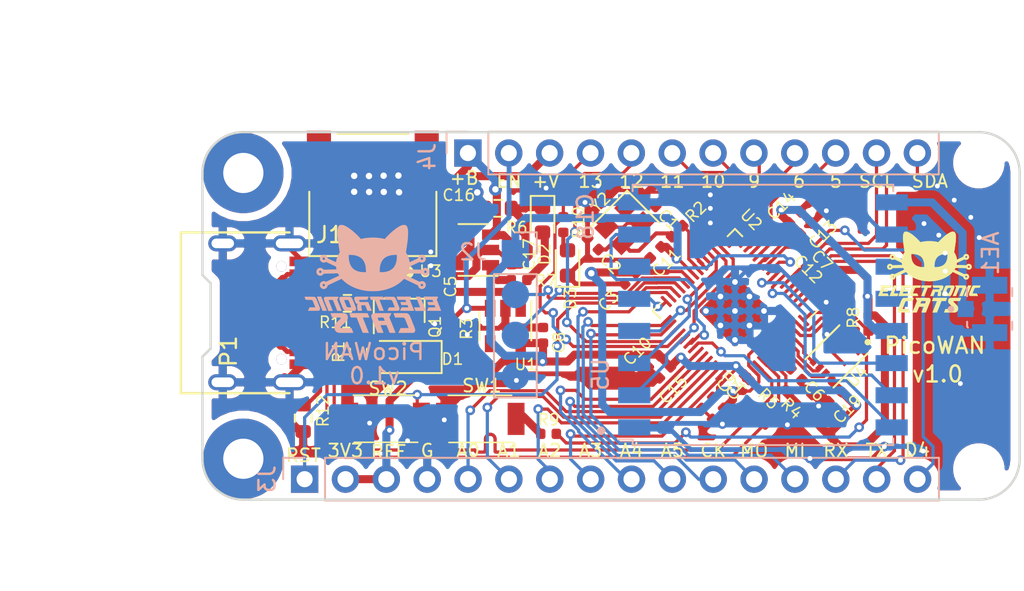
<source format=kicad_pcb>
(kicad_pcb (version 20211014) (generator pcbnew)
  (title_block (title "Bast-BLE") (date "2020-05-20") (rev "v1.3") (company "Electronic Cats") (comment 1 "Eduardo Contreras"))
  (layers (0 "F.Cu" signal) (31 "B.Cu" signal) (34 "B.Paste" user) (35 "F.Paste" user) (36 "B.SilkS" user "B.Silkscreen") (37 "F.SilkS" user "F.Silkscreen") (38 "B.Mask" user) (39 "F.Mask" user) (44 "Edge.Cuts" user))
  (net 0 "")
  (net 1 "+BATT")
  (net 2 "GND")
  (net 3 "VBUS")
  (net 4 "/TX")
  (net 5 "/RX")
  (net 6 "/A3")
  (net 7 "/A2")
  (net 8 "/A1")
  (net 9 "/A0")
  (net 10 "+3V3")
  (net 11 "/SDA")
  (net 12 "/SCL")
  (net 13 "/EN")
  (net 14 "Net-(P1-PadA5)")
  (net 15 "Net-(P1-PadB5)")
  (net 16 "/D5")
  (net 17 "/D+")
  (net 18 "/D6")
  (net 19 "/D10")
  (net 20 "/D-")
  (net 21 "/RST")
  (net 22 "/D13")
  (net 23 "/D11")
  (net 24 "/D9")
  (net 25 "/D12")
  (net 26 "Net-(AE1-Pad1)")
  (net 27 "Net-(C1-Pad1)")
  (net 28 "Net-(C2-Pad1)")
  (net 29 "+1V2")
  (net 30 "Net-(C5-Pad1)")
  (net 31 "Net-(D2-Pad2)")
  (net 32 "Net-(D3-Pad2)")
  (net 33 "/D4")
  (net 34 "/CIPO_0")
  (net 35 "/COPI_0")
  (net 36 "/SCK_0")
  (net 37 "/D25")
  (net 38 "/D24")
  (net 39 "Net-(R2-Pad2)")
  (net 40 "Net-(R6-Pad1)")
  (net 41 "Net-(R7-Pad1)")
  (net 42 "/QSPI_CS")
  (net 43 "Net-(R9-Pad2)")
  (net 44 "Net-(U1-Pad4)")
  (net 45 "/QSPI_DATA1")
  (net 46 "/QSPI_DATA2")
  (net 47 "/QSPI_DATA0")
  (net 48 "/QSPI_SCK")
  (net 49 "/QSPI_DATA3")
  (net 50 "/DIO2")
  (net 51 "/DIO5")
  (net 52 "/CS_1")
  (net 53 "/COPI_1")
  (net 54 "/CIPO_1")
  (net 55 "/SCK_1")
  (net 56 "/RF_RST")
  (net 57 "/DIO0")
  (net 58 "/DIO1")
  (net 59 "Net-(U4-Pad9)")
  (net 60 "Net-(U5-Pad12)")
  (net 61 "Net-(U5-Pad11)")
  (net 62 "/SWCLK")
  (net 63 "/SWDIO")
  (net 64 "/RD+")
  (net 65 "/RD-")
  (footprint "MountingHole:MountingHole_2.5mm_Pad" (layer "F.Cu") (at 129.54 101.6)
    (fp_text reference "REF**" hide)
    (fp_text value "MountingHole_2.5mm_Pad" hide)
  )
  (footprint "MountingHole:MountingHole_2.5mm_Pad" (layer "F.Cu") (at 129.54 83.82)
    (fp_text reference "REF**" hide)
    (fp_text value "MountingHole_2.5mm_Pad" hide)
  )
  (footprint "MountingHole:MountingHole_2.2mm_M2" (layer "F.Cu") (at 175.26 83.185)
    (fp_text reference "REF**" hide)
    (fp_text value "MountingHole_2.2mm_M2" hide)
  )
  (footprint "MountingHole:MountingHole_2.2mm_M2" (layer "F.Cu") (at 175.26 102.235)
    (fp_text reference "REF**" hide)
    (fp_text value "MountingHole_2.2mm_M2" hide)
  )
  (footprint "Connectors_ElectronicCats:C393939" (layer "F.Cu") (at 132.41 92.52 -90)
    (fp_text reference "P1")
    (fp_text value "USB_C_Plug_USB2.0")
  )
  (footprint "Package_TO_SOT_SMD:SOT-23-5" (layer "F.Cu") (at 145.83 93.34 -90)
    (fp_text reference "U1")
    (fp_text value "AP2112K-3.3")
  )
  (footprint "Diode_SMD:D_SOD-123F" (layer "F.Cu") (at 139.67 95.27 180)
    (fp_text reference "D1")
    (fp_text value "MBR120")
  )
  (footprint "LED_SMD:LED_0603_1608Metric" (layer "F.Cu") (at 149.69 89.42 90)
    (fp_text reference "D3")
    (fp_text value "LED")
  )
  (footprint "Resistor_SMD:R_0603_1608Metric" (layer "F.Cu") (at 136.7 94.99 90)
    (fp_text reference "R1")
    (fp_text value "100K")
  )
  (footprint "Resistor_SMD:R_0603_1608Metric" (layer "F.Cu") (at 136.01 91.93 180)
    (fp_text reference "R11")
    (fp_text value "5K1")
  )
  (footprint "Resistor_SMD:R_0603_1608Metric" (layer "F.Cu") (at 133.26 99.08 90)
    (fp_text reference "R12")
    (fp_text value "5K1")
  )
  (footprint "Package_TO_SOT_SMD:SOT-23" (layer "F.Cu") (at 139.23 92.4 90)
    (fp_text reference "Q1")
    (fp_text value "DMG3415U-7")
  )
  (footprint "Capacitor_SMD:C_0402_1005Metric" (layer "F.Cu") (at 148.17 93.92 90)
    (fp_text reference "C8")
    (fp_text value "1uF")
  )
  (footprint "Capacitor_SMD:C_0402_1005Metric" (layer "F.Cu") (at 141.44 91.63 -90)
    (fp_text reference "C5")
    (fp_text value "4.7uF")
  )
  (footprint "Capacitor_SMD:C_0402_1005Metric" (layer "F.Cu") (at 142.89 86.08)
    (fp_text reference "C16")
    (fp_text value "10uF")
  )
  (footprint "Resistor_SMD:R_0402_1005Metric" (layer "F.Cu") (at 142.44 93.54 90)
    (fp_text reference "R3")
    (fp_text value "10K")
  )
  (footprint "Resistor_SMD:R_0402_1005Metric" (layer "F.Cu") (at 146.68 90.48)
    (fp_text reference "R7")
    (fp_text value "1K")
  )
  (footprint "Resistor_SMD:R_0402_1005Metric" (layer "F.Cu") (at 149.43 87.03 90)
    (fp_text reference "R10")
    (fp_text value "10K")
  )
  (footprint "Capacitor_SMD:C_0402_1005Metric" (layer "F.Cu") (at 153.58 90.38 -135)
    (fp_text reference "C3")
    (fp_text value "1uF")
  )
  (footprint "Resistor_SMD:R_0402_1005Metric" (layer "F.Cu") (at 168.4 93.17 -90)
    (fp_text reference "R8")
    (fp_text value "10K")
  )
  (footprint "MCU_RaspberryPi_and_Boards:RP2040-QFN-56" (layer "F.Cu") (at 160.1 92.405 -135)
    (fp_text reference "U2")
    (fp_text value "RP2040")
  )
  (footprint "Capacitor_SMD:C_0402_1005Metric" (layer "F.Cu") (at 166.27 97.7 -135)
    (fp_text reference "C19")
    (fp_text value "0.1uF")
  )
  (footprint "Resistor_SMD:R_0402_1005Metric" (layer "F.Cu") (at 162.31 99.09 45)
    (fp_text reference "R4")
    (fp_text value "27")
  )
  (footprint "Capacitor_SMD:C_0402_1005Metric" (layer "F.Cu") (at 166.03 91.08 -45)
    (fp_text reference "C12")
    (fp_text value "0.1uF")
  )
  (footprint "Resistor_SMD:R_0402_1005Metric" (layer "F.Cu") (at 161.227053 98.822947 45)
    (fp_text reference "R5")
    (fp_text value "27")
  )
  (footprint "Capacitor_SMD:C_0402_1005Metric" (layer "F.Cu") (at 155.74 96.22 -135)
    (fp_text reference "C15")
    (fp_text value "0.1uF")
  )
  (footprint "Capacitor_SMD:C_0402_1005Metric" (layer "F.Cu") (at 158.39 98.13 -135)
    (fp_text reference "C9")
    (fp_text value "0.1uF")
  )
  (footprint "Capacitor_SMD:C_0402_1005Metric" (layer "F.Cu") (at 163.91 96.34 -45)
    (fp_text reference "C6")
    (fp_text value "0.1uF")
  )
  (footprint "Capacitor_SMD:C_0402_1005Metric" (layer "F.Cu") (at 166.71 90.42 -45)
    (fp_text reference "C7")
    (fp_text value "1uF")
  )
  (footprint "Capacitor_SMD:C_0402_1005Metric" (layer "F.Cu") (at 159.06 98.81 -135)
    (fp_text reference "C4")
    (fp_text value "0.1uF")
  )
  (footprint "Resistor_SMD:R_0402_1005Metric" (layer "F.Cu") (at 148.51 100.05 180)
    (fp_text reference "R9")
    (fp_text value "1K")
  )
  (footprint "Capacitor_SMD:C_0402_1005Metric" (layer "F.Cu") (at 164.5 87.27 45)
    (fp_text reference "C13")
    (fp_text value "0.1uF")
  )
  (footprint "Capacitor_SMD:C_0402_1005Metric" (layer "F.Cu") (at 155.05 95.53 -135)
    (fp_text reference "C10")
    (fp_text value "0.1uF")
  )
  (footprint "Capacitor_SMD:C_0402_1005Metric" (layer "F.Cu") (at 154.827053 85.557053 135)
    (fp_text reference "C1")
    (fp_text value "22pF")
  )
  (footprint "Capacitor_SMD:C_0402_1005Metric" (layer "F.Cu") (at 151.28 88.24 135)
    (fp_text reference "C2")
    (fp_text value "22pF")
  )
  (footprint "pico-wan:JST_S2B-PH-SM4-TB(LF)(SN)" (layer "F.Cu") (at 137.59 88.64 180)
    (fp_text reference "J1")
    (fp_text value "Battery")
  )
  (footprint "LED_SMD:LED_0603_1608Metric" (layer "F.Cu") (at 148.14 86.7325 -90)
    (fp_text reference "D2")
    (fp_text value "BAT")
  )
  (footprint "Resistor_SMD:R_0603_1608Metric" (layer "F.Cu") (at 145.37 86.02)
    (fp_text reference "R6")
    (fp_text value "2K")
  )
  (footprint "Capacitor_SMD:C_0402_1005Metric" (layer "F.Cu") (at 146.22 89.04 -90)
    (fp_text reference "C17")
    (fp_text value "10uF")
  )
  (footprint "Package_TO_SOT_SMD:SOT-23-5" (layer "F.Cu") (at 143.81 88.61 180)
    (fp_text reference "U3")
    (fp_text value "MCP73831-2-OT")
  )
  (footprint "Capacitor_SMD:C_0402_1005Metric" (layer "F.Cu") (at 163.82 86.58 45)
    (fp_text reference "C14")
    (fp_text value "0.1uF")
  )
  (footprint "hunter-cat-nfc:PSON50P200X300X50-9N" (layer "F.Cu") (at 166.41 95.23 -135)
    (fp_text reference "U4")
    (fp_text value "W25Q16JV")
  )
  (footprint "Aesthetics:electronic_cats_logo_4x3" (layer "F.Cu") (at 172.186 89.986)
    (fp_text reference "G***" hide)
    (fp_text value "LOGO" hide)
  )
  (footprint "Crystal:Crystal_SMD_2520-4Pin_2.5x2.0mm" (layer "F.Cu") (at 153.22 87.07 -135)
    (fp_text reference "Y2")
    (fp_text value "12Mhz")
  )
  (footprint "Resistor_SMD:R_0402_1005Metric" (layer "F.Cu") (at 156.51 87.44 45)
    (fp_text reference "R2")
    (fp_text value "1K")
  )
  (footprint "Capacitor_SMD:C_0402_1005Metric" (layer "F.Cu") (at 155.17 88.76 -135)
    (fp_text reference "C11")
    (fp_text value "0.1uF")
  )
  (footprint "KiCadLibraries:TS1088R02026" (layer "F.Cu") (at 138.38 99.11)
    (fp_text reference "SW2")
    (fp_text value "RESET" hide)
  )
  (footprint "KiCadLibraries:TS1088R02026" (layer "F.Cu") (at 144.27 99.12)
    (fp_text reference "SW1")
    (fp_text value "BOOT" hide)
  )
  (footprint "Connector_PinHeader_2.54mm:PinHeader_1x16_P2.54mm_Vertical" (layer "B.Cu") (at 133.35 102.87 -90)
    (fp_text reference "J3")
    (fp_text value "Conn_left")
  )
  (footprint "Connector_PinHeader_2.54mm:PinHeader_1x12_P2.54mm_Vertical" (layer "B.Cu") (at 143.5 82.58 -90)
    (fp_text reference "J4")
    (fp_text value "Conn_right")
  )
  (footprint "Connector_PinHeader_2.54mm:PinHeader_1x04_P2.54mm_Vertical" (layer "B.Cu") (at 146.45 88.84 180)
    (fp_text reference "J2")
    (fp_text value "SWD")
  )
  (footprint "Capacitor_SMD:C_0402_1005Metric" (layer "B.Cu") (at 151.8 86.14 90)
    (fp_text reference "C18")
    (fp_text value "0.1uF")
  )
  (footprint "RF_Module:HOPERF_RFM9XW_SMD" (layer "B.Cu") (at 161.84 92.65)
    (fp_text reference "U5")
    (fp_text value "RFM95W-868S2")
  )
  (footprint "Connectors:MOLEX_1661" (layer "B.Cu") (at 175.93 92.28 90)
    (fp_text reference "AE1")
    (fp_text value "Antenna_Shield")
  )
  (footprint "Aesthetics:electronic_cats_logo_8x6" (layer "B.Cu") (at 137.59 90.41 180)
    (fp_text reference "G***" hide)
    (fp_text value "LOGO" hide)
  )
  (gr_line (start 129.54 104.14) (end 175.26 104.14) (layer "Edge.Cuts") (width 0.15))
  (gr_arc (start 175.26 81.28) (mid 177.056051 82.023949) (end 177.8 83.82) (layer "Edge.Cuts") (width 0.15))
  (gr_line (start 175.26 81.28) (end 129.54 81.28) (layer "Edge.Cuts") (width 0.15))
  (gr_arc (start 177.8 101.6) (mid 177.056051 103.396051) (end 175.26 104.14) (layer "Edge.Cuts") (width 0.15))
  (gr_arc (start 127 83.82) (mid 127.743949 82.023949) (end 129.54 81.28) (layer "Edge.Cuts") (width 0.15))
  (gr_line (start 127 83.82) (end 127 90.17) (layer "Edge.Cuts") (width 0.15))
  (gr_line (start 127 90.17) (end 127.508 90.678) (layer "Edge.Cuts") (width 0.15))
  (gr_line (start 127.508 90.678) (end 127.508 94.742) (layer "Edge.Cuts") (width 0.15))
  (gr_line (start 127.508 94.742) (end 127 95.25) (layer "Edge.Cuts") (width 0.15))
  (gr_line (start 127 95.25) (end 127 101.6) (layer "Edge.Cuts") (width 0.15))
  (gr_arc (start 129.54 104.14) (mid 127.743949 103.396051) (end 127 101.6) (layer "Edge.Cuts") (width 0.15))
  (gr_line (start 177.8 101.6) (end 177.8 83.82) (layer "Edge.Cuts") (width 0.15))
  (gr_text "v1.0" (at 137.7 96.44) (layer "B.SilkS") (effects (font (size 1 1)) (justify mirror)))
  (gr_text "PicoWAN" (at 137.64 94.94) (layer "B.SilkS") (effects (font (size 1 1)) (justify mirror)))
  (gr_text "." (at 151.78 99.25) (layer "B.SilkS") (effects (font (size 1.5 1.5) (thickness 0.375)) (justify mirror)))
  (gr_text "D4" (at 171.44 101.05) (layer "F.SilkS") (effects (font (size 0.8 0.8) (thickness 0.12))))
  (gr_text "REF" (at 138.575 101.175) (layer "F.SilkS") (effects (font (size 0.8 0.8) (thickness 0.12))))
  (gr_text "MI" (at 163.83 101.092) (layer "F.SilkS") (effects (font (size 0.8 0.8) (thickness 0.12))))
  (gr_text "PicoWAN" (at 172.52 94.55) (layer "F.SilkS") (effects (font (size 1 1))))
  (gr_text "A5" (at 156.21 101.092) (layer "F.SilkS") (effects (font (size 0.8 0.8) (thickness 0.12))))
  (gr_text "12" (at 153.67 84.328) (layer "F.SilkS") (effects (font (size 0.8 0.8) (thickness 0.12))))
  (gr_text "10" (at 158.75 84.328) (layer "F.SilkS") (effects (font (size 0.8 0.8) (thickness 0.12))))
  (gr_text "MO" (at 161.29 101.092) (layer "F.SilkS") (effects (font (size 0.8 0.8) (thickness 0.12))))
  (gr_text "EN" (at 146.05 84.328) (layer "F.SilkS") (effects (font (size 0.8 0.8) (thickness 0.12))))
  (gr_text "RST" (at 133.27 101.39) (layer "F.SilkS") (effects (font (size 0.8 0.8) (thickness 0.12))))
  (gr_text "6" (at 164.084 84.328) (layer "F.SilkS") (effects (font (size 0.8 0.8) (thickness 0.12))))
  (gr_text "5" (at 166.37 84.328) (layer "F.SilkS") (effects (font (size 0.8 0.8) (thickness 0.12))))
  (gr_text "+V" (at 148.336 84.328) (layer "F.SilkS") (effects (font (size 0.8 0.8) (thickness 0.12))))
  (gr_text "RX" (at 166.37 101.092) (layer "F.SilkS") (effects (font (size 0.8 0.8) (thickness 0.12))))
  (gr_text "3V3" (at 135.89 101.092) (layer "F.SilkS") (effects (font (size 0.8 0.8) (thickness 0.12))))
  (gr_text "CK" (at 158.75 101.092) (layer "F.SilkS") (effects (font (size 0.8 0.8) (thickness 0.12))))
  (gr_text "9" (at 161.29 84.328) (layer "F.SilkS") (effects (font (size 0.8 0.8) (thickness 0.12))))
  (gr_text "A3" (at 151.13 101.092) (layer "F.SilkS") (effects (font (size 0.8 0.8) (thickness 0.12))))
  (gr_text "SCL" (at 168.91 84.328) (layer "F.SilkS") (effects (font (size 0.8 0.8) (thickness 0.12))))
  (gr_text "A2" (at 148.59 101.092) (layer "F.SilkS") (effects (font (size 0.8 0.8) (thickness 0.12))))
  (gr_text "A0" (at 143.51 101.092) (layer "F.SilkS") (effects (font (size 0.8 0.8) (thickness 0.12))))
  (gr_text "A1" (at 146.05 101.092) (layer "F.SilkS") (effects (font (size 0.8 0.8) (thickness 0.12))))
  (gr_text "13" (at 151.13 84.328) (layer "F.SilkS") (effects (font (size 0.8 0.8) (thickness 0.12))))
  (gr_text "11" (at 156.21 84.328) (layer "F.SilkS") (effects (font (size 0.8 0.8) (thickness 0.12))))
  (gr_text "TX" (at 168.91 101.092) (layer "F.SilkS") (effects (font (size 0.8 0.8) (thickness 0.12))))
  (gr_text "SDA" (at 172.212 84.328) (layer "F.SilkS") (effects (font (size 0.8 0.8) (thickness 0.12))))
  (gr_text "A4" (at 153.67 101.092) (layer "F.SilkS") (effects (font (size 0.8 0.8) (thickness 0.12))))
  (gr_text "G" (at 140.97 101.092) (layer "F.SilkS") (effects (font (size 0.8 0.8) (thickness 0.12))))
  (gr_text "v1.0" (at 172.694 96.336) (layer "F.SilkS") (effects (font (size 1 1))))
  (gr_text "+B" (at 143.27 84.14) (layer "F.SilkS") (effects (font (size 0.8 0.8) (thickness 0.12))))
  (segment (start 145.695 87.685) (end 144.935 87.685) (width 0.5) (layer "F.Cu") (net 1))
  (segment (start 146.22 88.21) (end 145.695 87.685) (width 0.5) (layer "F.Cu") (net 1))
  (segment (start 145.299221 84.927084) (end 145.20999 84.837853) (width 0.5) (layer "F.Cu") (net 1))
  (segment (start 144.935 87.685) (end 144.91 87.66) (width 0.5) (layer "F.Cu") (net 1))
  (segment (start 146.22 88.555) (end 146.22 88.21) (width 0.5) (layer "F.Cu") (net 1))
  (segment (start 138.59 88.33) (end 143.5 83.42) (width 0.5) (layer "F.Cu") (net 1))
  (segment (start 145.299221 87.270779) (end 145.299221 84.927084) (width 0.5) (layer "F.Cu") (net 1))
  (segment (start 143.5 83.42) (end 143.5 82.58) (width 0.5) (layer "F.Cu") (net 1))
  (segment (start 144.91 87.66) (end 145.299221 87.270779) (width 0.5) (layer "F.Cu") (net 1))
  (segment (start 138.59 88.64) (end 138.59 90.76) (width 0.5) (layer "F.Cu") (net 1))
  (segment (start 138.59 90.76) (end 139.23 91.4) (width 0.5) (layer "F.Cu") (net 1))
  (segment (start 138.59 88.64) (end 138.59 88.33) (width 0.5) (layer "F.Cu") (net 1))
  (via (at 145.20999 84.837853) (size 0.8) (drill 0.4) (layers "F.Cu" "B.Cu") (net 1))
  (segment (start 143.5 82.58) (end 145.20999 84.28999) (width 0.5) (layer "B.Cu") (net 1))
  (segment (start 145.20999 84.28999) (end 145.20999 84.837853) (width 0.5) (layer "B.Cu") (net 1))
  (segment (start 163.36 99.48387) (end 163.36 100.18) (width 0.3) (layer "F.Cu") (net 2))
  (segment (start 169.384024 100.844024) (end 168.628048 101.6) (width 0.3) (layer "F.Cu") (net 2))
  (segment (start 174.11 96.92) (end 174.09 96.94) (width 0.5) (layer "F.Cu") (net 2))
  (segment (start 175.65 87.91) (end 175.65 87.91) (width 0.5) (layer "F.Cu") (net 2))
  (segment (start 165.77 91.86) (end 165.77 91.86) (width 0.3) (layer "F.Cu") (net 2))
  (segment (start 165.78 86.17) (end 165.78 86.17) (width 0.25) (layer "F.Cu") (net 2))
  (segment (start 164.76 101.58) (end 164.78 101.6) (width 0.3) (layer "F.Cu") (net 2))
  (segment (start 146.51501 96.72501) (end 146.525011 96.71501) (width 0.5) (layer "F.Cu") (net 2))
  (segment (start 148.36 84.76) (end 148.36 84.76) (width 0.25) (layer "F.Cu") (net 2))
  (segment (start 144.07 85.04) (end 144.08 85.03) (width 0.5) (layer "F.Cu") (net 2))
  (segment (start 143.46 93.88) (end 143.46 93.88) (width 0.3) (layer "F.Cu") (net 2))
  (segment (start 141.44 93.21) (end 141.44 93.21) (width 0.25) (layer "F.Cu") (net 2))
  (segment (start 137.39 99.38) (end 137.39 99.38) (width 0.5) (layer "F.Cu") (net 2))
  (segment (start 142.03 99.18) (end 142.03 99.18) (width 0.3) (layer "F.Cu") (net 2))
  (segment (start 141.13 89.58) (end 141.13 89.31) (width 0.5) (layer "F.Cu") (net 2))
  (segment (start 164.84 86.95) (end 164.16 86.27) (width 0.25) (layer "F.Cu") (net 2))
  (segment (start 154.377053 85.077053) (end 154.21 84.91) (width 0.2) (layer "F.Cu") (net 2))
  (segment (start 145.419999 93.480001) (end 143.859999 93.480001) (width 0.3) (layer "F.Cu") (net 2))
  (segment (start 157.19499 85.01) (end 154.444106 85.01) (width 0.2) (layer "F.Cu") (net 2))
  (segment (start 146.347019 96.893002) (end 146.51501 96.72501) (width 0.5) (layer "F.Cu") (net 2))
  (segment (start 158.717053 99.152947) (end 159.004106 99.44) (width 0.2) (layer "F.Cu") (net 2))
  (segment (start 166.86974 93.813915) (end 165.868264 93.813915) (width 0.25) (layer "F.Cu") (net 2))
  (segment (start 165.022947 86.927053) (end 165.78 86.17) (width 0.25) (layer "F.Cu") (net 2))
  (segment (start 142.375 98.185) (end 141.78 97.59) (width 0.5) (layer "F.Cu") (net 2))
  (segment (start 153.403744 86.946256) (end 153.156256 87.193744) (width 0.2) (layer "F.Cu") (net 2))
  (segment (start 164.082947 96.832947) (end 165.3 98.05) (width 0.3) (layer "F.Cu") (net 2))
  (segment (start 150.937053 87.897053) (end 150.937053 86.127053) (width 0.3) (layer "F.Cu") (net 2))
  (segment (start 167.052947 90.762947) (end 167.032947 90.762947) (width 0.25) (layer "F.Cu") (net 2))
  (segment (start 136.7 94.165) (end 136.075 94.165) (width 0.5) (layer "F.Cu") (net 2))
  (segment (start 153.156256 87.193744) (end 152.106307 87.193744) (width 0.2) (layer "F.Cu") (net 2))
  (segment (start 136.075 94.165) (end 135.87499 94.36501) (width 0.5) (layer "F.Cu") (net 2))
  (segment (start 141.8 98.95) (end 142.03 99.18) (width 0.3) (layer "F.Cu") (net 2))
  (segment (start 144.82 88.61) (end 144.865 88.655) (width 0.3) (layer "F.Cu") (net 2))
  (segment (start 145.305 88.61) (end 146.22 89.525) (width 0.25) (layer "F.Cu") (net 2))
  (segment (start 143.520001 90.235001) (end 141.489316 90.235001) (width 0.5) (layer "F.Cu") (net 2))
  (segment (start 145.83 93.27) (end 145.995 93.435) (width 0.5) (layer "F.Cu") (net 2))
  (segment (start 146.755 89.525) (end 147.08 89.2) (width 0.5) (layer "F.Cu") (net 2))
  (segment (start 158.099901 88.642164) (end 158.1 88.642065) (width 0.2) (layer "F.Cu") (net 2))
  (segment (start 135.9 98.95) (end 136.96 98.95) (width 0.5) (layer "F.Cu") (net 2))
  (segment (start 165.477053 98.142947) (end 165.3 98.32) (width 0.2) (layer "F.Cu") (net 2))
  (segment (start 132.42 96.555) (end 133.245 95.73) (width 0.5) (layer "F.Cu") (net 2))
  (segment (start 136.96 98.95) (end 137.39 99.38) (width 0.5) (layer "F.Cu") (net 2))
  (segment (start 150.937053 88.925051) (end 150.937053 87.897053) (width 0.3) (layer "F.Cu") (net 2))
  (segment (start 135.87499 98.82999) (end 135.945 98.9) (width 0.5) (layer "F.Cu") (net 2))
  (segment (start 142.465 98.185) (end 142.375 98.185) (width 0.5) (layer "F.Cu") (net 2))
  (segment (start 154.47 96.33) (end 154.707053 96.092947) (width 0.3) (layer "F.Cu") (net 2))
  (segment (start 154.98999 96.97001) (end 150.92001 96.97001) (width 0.3) (layer "F.Cu") (net 2))
  (segment (start 144.374998 88.61) (end 144.029999 88.954999) (width 0.5) (layer "F.Cu") (net 2))
  (segment (start 164.512947 87.127053) (end 164.692947 87.127053) (width 0.25) (layer "F.Cu") (net 2))
  (segment (start 154.707053 96.147053) (end 154.92 96.36) (width 0.3) (layer "F.Cu") (net 2))
  (segment (start 141.13 89.875685) (end 141.13 89.58) (width 0.5) (layer "F.Cu") (net 2))
  (segment (start 145.83 92.24) (end 145.83 93.07) (width 0.3) (layer "F.Cu") (net 2))
  (segment (start 154.5 96.69) (end 154.47 96.66) (width 0.3) (layer "F.Cu") (net 2))
  (segment (start 154.852947 96.562947) (end 154.74 96.45) (width 0.3) (layer "F.Cu") (net 2))
  (segment (start 175.9 93.83) (end 175.9 95.13) (width 0.5) (layer "F.Cu") (net 2))
  (segment (start 141.7 98.95) (end 141.8 98.95) (width 0.3) (layer "F.Cu") (net 2))
  (segment (start 145.83 92.24) (end 145.83 93.27) (width 0.5) (layer "F.Cu") (net 2))
  (segment (start 165.642947 98.142947) (end 165.27 97.77) (width 0.25) (layer "F.Cu") (net 2))
  (segment (start 158.376427 89.267214) (end 158.099901 88.990688) (width 0.2) (layer "F.Cu") (net 2))
  (segment (start 163.36 100.18) (end 164.76 101.58) (width 0.3) (layer "F.Cu") (net 2))
  (segment (start 135.87499 94.36501) (end 135.87499 98.82999) (width 0.5) (layer "F.Cu") (net 2))
  (segment (start 158.099901 88.990688) (end 158.099901 88.642164) (width 0.2) (layer "F.Cu") (net 2))
  (segment (start 166.077053 98.142947) (end 165.642947 98.142947) (width 0.25) (layer "F.Cu") (net 2))
  (segment (start 150.92001 96.97001) (end 150.265011 96.315011) (width 0.3) (layer "F.Cu") (net 2))
  (segment (start 154.74 96.45) (end 154.74 96.3) (width 0.3) (layer "F.Cu") (net 2))
  (segment (start 144.029999 88.954999) (end 144.029999 89.725003) (width 0.5) (layer "F.Cu") (net 2))
  (segment (start 151.201001 89.188999) (end 150.937053 88.925051) (width 0.3) (layer "F.Cu") (net 2))
  (segment (start 175.9 95.13) (end 174.11 96.92) (width 0.5) (layer "F.Cu") (net 2))
  (segment (start 158.57 87.58) (end 158.57 86.38501) (width 0.2) (layer "F.Cu") (net 2))
  (segment (start 141.489316 90.235001) (end 141.13 89.875685) (width 0.5) (layer "F.Cu") (net 2))
  (segment (start 142.03 99.18) (end 142.045 99.165) (width 0.5) (layer "F.Cu") (net 2))
  (segment (start 154.47 96.66) (end 154.47 96.33) (width 0.3) (layer "F.Cu") (net 2))
  (segment (start 155.397053 96.562947) (end 154.98999 96.97001) (width 0.3) (layer "F.Cu") (net 2))
  (segment (start 153.237053 90.722947) (end 150.205447 90.722947) (width 0.3) (layer "F.Cu") (net 2))
  (segment (start 144.91 88.61) (end 144.374998 88.61) (width 0.5) (layer "F.Cu") (net 2))
  (segment (start 165.868264 93.813915) (end 165.82109 93.86109) (width 0.25) (layer "F.Cu") (net 2))
  (segment (start 154.21 84.91) (end 151.9 84.91) (width 0.2) (layer "F.Cu") (net 2))
  (segment (start 132.1 88.18) (end 132.1 88.475) (width 0.3) (layer "F.Cu") (net 2))
  (segment (start 133.075 99.905) (end 132.42 99.25) (width 0.5) (layer "F.Cu") (net 2))
  (segment (start 135.945 98.9) (end 135.9 98.9) (width 0.5) (layer "F.Cu") (net 2))
  (segment (start 154.707053 95.872947) (end 154.707053 96.147053) (width 0.3) (layer "F.Cu") (net 2))
  (segment (start 148.14 85.945) (end 148.14 84.98) (width 0.25) (layer "F.Cu") (net 2))
  (segment (start 145.995 93.435) (end 148.17 93.435) (width 0.5) (layer "F.Cu") (net 2))
  (segment (start 132.1 96.82) (end 132.1 96.525) (width 0.5) (layer "F.Cu") (net 2))
  (segment (start 151.87 87.430051) (end 152.106307 87.193744) (width 0.25) (layer "F.Cu") (net 2))
  (segment (start 166.372947 91.422947) (end 166.207053 91.422947) (width 0.3) (layer "F.Cu") (net 2))
  (segment (start 142.045 99.12) (end 142.045 98.605) (width 0.5) (layer "F.Cu") (net 2))
  (segment (start 159.004106 99.44) (end 159.32 99.44) (width 0.2) (layer "F.Cu") (net 2))
  (segment (start 158.57 86.38501) (end 157.19499 85.01) (width 0.2) (layer "F.Cu") (net 2))
  (segment (start 165.3 98.05) (end 165.3 98.32) (width 0.3) (layer "F.Cu") (net 2))
  (segment (start 175.94 90.85) (end 175.94 88.2) (width 0.5) (layer "F.Cu") (net 2))
  (segment (start 164.082947 96.832947) (end 164.725094 97.475094) (width 0.25) (layer "F.Cu") (net 2))
  (segment (start 143.756998 96.893002) (end 146.347019 96.893002) (width 0.5) (layer "F.Cu") (net 2))
  (segment (start 133.26 99.905) (end 133.075 99.905) (width 0.5) (layer "F.Cu") (net 2))
  (segment (start 132.42 88.505) (end 133.175 89.26) (width 0.3) (layer "F.Cu") (net 2))
  (segment (start 147.08 89.2) (end 147.08 86.905) (width 0.5) (layer "F.Cu") (net 2))
  (segment (start 143.375 86.08) (end 143.375 85.735) (width 0.5) (layer "F.Cu") (net 2))
  (segment (start 169.38999 100.838058) (end 169.384024 100.844024) (width 0.3) (layer "F.Cu") (net 2))
  (segment (start 148.14 84.98) (end 148.36 84.76) (width 0.25) (layer "F.Cu") (net 2))
  (segment (start 150.64375 89.25375) (end 151.13625 89.25375) (width 0.3) (layer "F.Cu") (net 2))
  (segment (start 166.207053 91.422947) (end 165.77 91.86) (width 0.3) (layer "F.Cu") (net 2))
  (segment (start 154.333693 86.946256) (end 153.403744 86.946256) (width 0.2) (layer "F.Cu") (net 2))
  (segment (start 144.029999 89.725003) (end 143.520001 90.235001) (width 0.5) (layer "F.Cu") (net 2))
  (segment (start 158.047053 98.472947) (end 158.047053 98.482947) (width 0.2) (layer "F.Cu") (net 2))
  (segment (start 133.175 89.26) (end 134.68 89.26) (width 0.3) (layer "F.Cu") (net 2))
  (segment (start 155.397053 96.562947) (end 155.017053 96.562947) (width 0.3) (layer "F.Cu") (net 2))
  (segment (start 150.265011 96.315011) (end 146.92501 96.315011) (width 0.3) (layer "F.Cu") (net 2))
  (segment (start 154.69 95.89) (end 155.38 96.58) (width 0.3) (layer "F.Cu") (net 2))
  (segment (start 144.91 88.61) (end 145.305 88.61) (width 0.25) (layer "F.Cu") (net 2))
  (segment (start 146.92501 96.315011) (end 146.525011 96.71501) (width 0.3) (layer "F.Cu") (net 2))
  (segment (start 142.045 97.925) (end 142.41 97.56) (width 0.5) (layer "F.Cu") (net 2))
  (segment (start 149.69 90.2075) (end 150.64375 89.25375) (width 0.3) (layer "F.Cu") (net 2))
  (segment (start 154.827053 89.102947) (end 154.69 89.24) (width 0.3) (layer "F.Cu") (net 2))
  (segment (start 143.375 85.735) (end 144.07 85.04) (width 0.5) (layer "F.Cu") (net 2))
  (segment (start 142.045 99.165) (end 142.045 97.925) (width 0.5) (layer "F.Cu") (net 2))
  (segment (start 151.9 84.91) (end 151.6 84.61) (width 0.2) (layer "F.Cu") (net 2))
  (segment (start 154.69 89.24) (end 151.252002 89.24) (width 0.3) (layer "F.Cu") (net 2))
  (segment (start 158.047053 98.482947) (end 158.717053 99.152947) (width 0.2) (layer "F.Cu") (net 2))
  (segment (start 154.707053 96.092947) (end 154.707053 95.872947) (width 0.3) (layer "F.Cu") (net 2))
  (segment (start 150.205447 90.722947) (end 149.69 90.2075) (width 0.3) (layer "F.Cu") (net 2))
  (segment (start 150.937053 88.960447) (end 150.937053 87.897053) (width 0.3) (layer "F.Cu") (net 2))
  (segment (start 155.017053 96.562947) (end 154.89 96.69) (width 0.3) (layer "F.Cu") (net 2))
  (segment (start 147.08 86.905) (end 146.195 86.02) (width 0.5) (layer "F.Cu") (net 2))
  (segment (start 142.045 98.605) (end 142.465 98.185) (width 0.5) (layer "F.Cu") (net 2))
  (segment (start 145.83 93.07) (end 145.419999 93.480001) (width 0.3) (layer "F.Cu") (net 2))
  (segment (start 154.89 96.69) (end 154.5 96.69) (width 0.3) (layer "F.Cu") (net 2))
  (segment (start 146.22 89.525) (end 146.755 89.525) (width 0.5) (layer "F.Cu") (net 2))
  (segment (start 150.64375 89.25375) (end 150.937053 88.960447) (width 0.3) (layer "F.Cu") (net 2))
  (segment (start 155.397053 96.562947) (end 154.852947 96.562947) (width 0.3) (layer "F.Cu") (net 2))
  (segment (start 142.465 98.185) (end 143.756998 96.893002) (width 0.5) (layer "F.Cu") (net 2))
  (segment (start 158.1 88.642065) (end 158.1 88.05) (width 0.2) (layer "F.Cu") (net 2))
  (segment (start 141.44 92.115) (end 141.44 93.21) (width 0.25) (layer "F.Cu") (net 2))
  (segment (start 151.252002 89.24) (end 151.201001 89.188999) (width 0.3) (layer "F.Cu") (net 2))
  (segment (start 175.94 88.2) (end 175.65 87.91) (width 0.5) (layer "F.Cu") (net 2))
  (segment (start 163.36 99.48387) (end 163.36 99.48387) (width 0.3) (layer "F.Cu") (net 2))
  (segment (start 167.032947 90.762947) (end 166.372947 91.422947) (width 0.25) (layer "F.Cu") (net 2))
  (segment (start 143.859999 93.480001) (end 143.46 93.88) (width 0.3) (layer "F.Cu") (net 2))
  (segment (start 158.1 88.05) (end 158.57 87.58) (width 0.2) (layer "F.Cu") (net 2))
  (segment (start 151.13625 89.25375) (end 151.201001 89.188999) (width 0.3) (layer "F.Cu") (net 2))
  (segment (start 168.628048 101.6) (end 164.78 101.6) (width 0.3) (layer "F.Cu") (net 2))
  (segment (start 132.42 99.25) (end 132.42 96.85) (width 0.5) (layer "F.Cu") (net 2))
  (segment (start 154.444106 85.01) (end 154.377053 85.077053) (width 0.2) (layer "F.Cu") (net 2))
  (via (at 174.76 86.58) (size 0.6) (drill 0.3) (layers "F.Cu" "B.Cu") (net 2))
  (via (at 173.16 88.8) (size 0.6) (drill 0.3) (layers "F.Cu" "B.Cu") (net 2))
  (via (at 173.73 85.51) (size 0.6) (drill 0.3) (layers "F.Cu" "B.Cu") (net 2))
  (via (at 175.28 87.84) (size 0.6) (drill 0.3) (layers "F.Cu" "B.Cu") (net 2))
  (via (at 139.75 100.48) (size 0.6) (drill 0.3) (layers "F.Cu" "B.Cu") (net 2))
  (via (at 139.22 85.02) (size 0.8) (drill 0.4) (layers "F.Cu" "B.Cu") (net 2))
  (via (at 159.32 99.44) (size 0.6) (drill 0.3) (layers "F.Cu" "B.Cu") (net 2))
  (via (at 136.43 84.99) (size 0.8) (drill 0.4) (layers "F.Cu" "B.Cu") (net 2))
  (via (at 172.77 87.69) (size 0.6) (drill 0.3) (layers "F.Cu" "B.Cu") (net 2))
  (via (at 138.27 85) (size 0.8) (drill 0.4) (layers "F.Cu" "B.Cu") (net 2))
  (via (at 158.57 86.02) (size 0.6) (drill 0.3) (layers "F.Cu" "B.Cu") (net 2))
  (via (at 158.57 86.93) (size 0.6) (drill 0.3) (layers "F.Cu" "B.Cu") (net 2))
  (via (at 144.08 85.03) (size 0.8) (drill 0.4) (layers "F.Cu" "B.Cu") (net 2))
  (via (at 151.58 84.63) (size 0.6) (drill 0.3) (layers "F.Cu" "B.Cu") (net 2))
  (via (at 158.57 85.18) (size 0.6) (drill 0.3) (layers "F.Cu" "B.Cu") (net 2))
  (via (at 141.2 89.59) (size 0.6) (drill 0.3) (layers "F.Cu" "B.Cu") (net 2))
  (via (at 139.18 83.98) (size 0.8) (drill 0.4) (layers "F.Cu" "B.Cu") (net 2))
  (via (at 165.82109 93.86109) (size 0.6) (drill 0.3) (layers "F.Cu" "B.Cu") (net 2))
  (via (at 163.36 99.48387) (size 0.6) (drill 0.3) (layers "F.Cu" "B.Cu") (net 2))
  (via (at 164.76 101.58) (size 0.6) (drill 0.3) (layers "F.Cu" "B.Cu") (net 2))
  (via (at 169.384024 100.844024) (size 0.6) (drill 0.3) (layers "F.Cu" "B.Cu") (net 2))
  (via (at 150.78 85.65) (size 0.6) (drill 0.3) (layers "F.Cu" "B.Cu") (net 2))
  (via (at 141.19 88.73) (size 0.6) (drill 0.3) (layers "F.Cu" "B.Cu") (net 2))
  (via (at 137.39 99.38) (size 0.6) (drill 0.3) (layers "F.Cu" "B.Cu") (net 2))
  (via (at 142.03 99.18) (size 0.6) (drill 0.3) (layers "F.Cu" "B.Cu") (net 2))
  (via (at 146.51501 96.72501) (size 0.6) (drill 0.3) (layers "F.Cu" "B.Cu") (net 2))
  (via (at 171.85 86.97) (size 0.6) (drill 0.3) (layers "F.Cu" "B.Cu") (net 2))
  (via (at 137.36 85) (size 0.8) (drill 0.4) (layers "F.Cu" "B.Cu") (net 2))
  (via (at 138.26 83.99) (size 0.8) (drill 0.4) (layers "F.Cu" "B.Cu") (net 2))
  (via (at 172.68 84.63) (size 0.6) (drill 0.3) (layers "F.Cu" "B.Cu") (net 2))
  (via (at 143.46 93.88) (size 0.6) (drill 0.3) (layers "F.Cu" "B.Cu") (net 2))
  (via (at 148.36 84.76) (size 0.6) (drill 0.3) (layers "F.Cu" "B.Cu") (net 2))
  (via (at 141.44 93.21) (size 0.6) (drill 0.3) (layers "F.Cu" "B.Cu") (net 2))
  (via (at 173.17 91.33) (size 0.6) (drill 0.3) (layers "F.Cu" "B.Cu") (net 2))
  (via (at 173.17 89.93) (size 0.6) (drill 0.3) (layers "F.Cu" "B.Cu") (net 2))
  (via (at 165.3 98.32) (size 0.6) (drill 0.3) (layers "F.Cu" "B.Cu") (net 2))
  (via (at 171.79 101.12) (size 0.6) (drill 0.3) (layers "F.Cu" "B.Cu") (net 2))
  (via (at 165.77 91.86) (size 0.6) (drill 0.3) (layers "F.Cu" "B.Cu") (net 2))
  (via (at 137.35 84.01) (size 0.8) (drill 0.4) (layers "F.Cu" "B.Cu") (net 2))
  (via (at 136.43 84) (size 0.8) (drill 0.4) (layers "F.Cu" "B.Cu") (net 2))
  (via (at 165.78 86.17) (size 0.6) (drill 0.3) (layers "F.Cu" "B.Cu") (net 2))
  (via (at 174.11 96.92) (size 0.6) (drill 0.3) (layers "F.Cu" "B.Cu") (net 2))
  (segment (start 171.79 101.12) (end 171.508058 100.838058) (width 0.3) (layer "B.Cu") (net 2))
  (segment (start 151.58 84.63) (end 151.6 84.61) (width 0.2) (layer "B.Cu") (net 2))
  (segment (start 160.1 90.601878) (end 161.091878 89.61) (width 0.25) (layer "B.Cu") (net 2))
  (segment (start 155.965996 99.65) (end 153.84 99.65) (width 0.3) (layer "B.Cu") (net 2))
  (segment (start 169.43 87.65) (end 168.22 86.44) (width 0.25) (layer "B.Cu") (net 2))
  (segment (start 137.39 98.85) (end 137.91 98.33) (width 0.2) (layer "B.Cu") (net 2))
  (segment (start 161.091878 89.61) (end 162.76 89.61) (width 0.25) (layer "B.Cu") (net 2))
  (segment (start 151.6 85.455) (end 151.8 85.655) (width 0.2) (layer "B.Cu") (net 2))
  (segment (start 169.84 87.65) (end 169.43 87.65) (width 0.25) (layer "B.Cu") (net 2))
  (segment (start 155.27 99.65) (end 155.52 99.4) (width 0.3) (layer "B.Cu") (net 2))
  (segment (start 151.45 84.76) (end 151.58 84.63) (width 0.2) (layer "B.Cu") (net 2))
  (segment (start 137.91 98.33) (end 139.67 98.33) (width 0.2) (layer "B.Cu") (net 2))
  (segment (start 171.79 101.12) (end 171.79 101.12) (width 0.3) (layer "B.Cu") (net 2))
  (segment (start 151.6 84.61) (end 151.6 85.455) (width 0.2) (layer "B.Cu") (net 2))
  (segment (start 160.39 99.4) (end 160.48 99.49) (width 0.3) (layer "B.Cu") (net 2))
  (segment (start 171.508058 100.838058) (end 169.38999 100.838058) (width 0.3) (layer "B.Cu") (net 2))
  (segment (start 163.35387 99.49) (end 163.36 99.48387) (width 0.3) (layer "B.Cu") (net 2))
  (segment (start 164.21 101.03) (end 157.345996 101.03) (width 0.3) (layer "B.Cu") (net 2))
  (segment (start 148.36 84.76) (end 151.45 84.76) (width 0.2) (layer "B.Cu") (net 2))
  (segment (start 164.78 101.6) (end 164.21 101.03) (width 0.3) (layer "B.Cu") (net 2))
  (segment (start 153.84 99.65) (end 155.27 99.65) (width 0.3) (layer "B.Cu") (net 2))
  (segment (start 162.76 89.61) (end 165.66109 92.51109) (width 0.25) (layer "B.Cu") (net 2))
  (segment (start 165.66109 92.51109) (end 165.66109 94.021089) (width 0.25) (layer "B.Cu") (net 2))
  (segment (start 160.48 99.49) (end 163.35387 99.49) (width 0.3) (layer "B.Cu") (net 2))
  (segment (start 155.52 99.4) (end 160.39 99.4) (width 0.3) (layer "B.Cu") (net 2))
  (segment (start 157.345996 101.03) (end 155.965996 99.65) (width 0.3) (layer "B.Cu") (net 2))
  (segment (start 137.39 99.38) (end 137.39 98.85) (width 0.2) (layer "B.Cu") (net 2))
  (segment (start 142.405 86.08) (end 142.405 87.355) (width 0.5) (layer "F.Cu") (net 3))
  (segment (start 133.245 90.13) (end 132.281002 90.13) (width 0.3) (layer "F.Cu") (net 3))
  (segment (start 137.50499 90.90499) (end 138.28 91.68) (width 0.5) (layer "F.Cu") (net 3))
  (segment (start 143.773532 84.02) (end 147.14 84.02) (width 0.5) (layer "F.Cu") (net 3))
  (segment (start 142.405 87.355) (end 142.71 87.66) (width 0.5) (layer "F.Cu") (net 3))
  (segment (start 132.26 94.93) (end 133.245 94.93) (width 0.3) (layer "F.Cu") (net 3))
  (segment (start 131.895 94.565) (end 132.26 94.93) (width 0.3) (layer "F.Cu") (net 3))
  (segment (start 138.28 91.68) (end 138.28 93.4) (width 0.5) (layer "F.Cu") (net 3))
  (segment (start 142.405 85.388532) (end 143.773532 84.02) (width 0.5) (layer "F.Cu") (net 3))
  (segment (start 140.15 91.960002) (end 140.15 88.4) (width 0.3) (layer "F.Cu") (net 3))
  (segment (start 132.010501 90.400501) (end 130.78 91.631002) (width 0.5) (layer "F.Cu") (net 3))
  (segment (start 132.281002 90.13) (end 132.010501 90.400501) (width 0.3) (layer "F.Cu") (net 3))
  (segment (start 136.7 95.815) (end 137.725 95.815) (width 0.5) (layer "F.Cu") (net 3))
  (segment (start 133.245 90.13) (end 134.59 90.13) (width 0.5) (layer "F.Cu") (net 3))
  (segment (start 140.15 88.4) (end 140.89 87.66) (width 0.3) (layer "F.Cu") (net 3))
  (segment (start 138.710002 93.4) (end 140.15 91.960002) (width 0.3) (layer "F.Cu") (net 3))
  (segment (start 130.78 91.631002) (end 130.78 93.48) (width 0.5) (layer "F.Cu") (net 3))
  (segment (start 131.865 94.565) (end 131.895 94.565) (width 0.5) (layer "F.Cu") (net 3))
  (segment (start 138.28 93.4) (end 138.710002 93.4) (width 0.3) (layer "F.Cu") (net 3))
  (segment (start 142.405 86.08) (end 142.405 85.388532) (width 0.5) (layer "F.Cu") (net 3))
  (segment (start 138.27 93.41) (end 138.28 93.4) (width 0.5) (layer "F.Cu") (net 3))
  (segment (start 140.89 87.66) (end 142.71 87.66) (width 0.3) (layer "F.Cu") (net 3))
  (segment (start 138.27 95.27) (end 138.27 93.41) (width 0.5) (layer "F.Cu") (net 3))
  (segment (start 134.59 90.13) (end 135.36499 90.90499) (width 0.5) (layer "F.Cu") (net 3))
  (segment (start 137.725 95.815) (end 138.27 95.27) (width 0.5) (layer "F.Cu") (net 3))
  (segment (start 138.27 95.27) (end 138.27 94.61) (width 0.3) (layer "F.Cu") (net 3))
  (segment (start 130.78 93.48) (end 131.865 94.565) (width 0.5) (layer "F.Cu") (net 3))
  (segment (start 147.14 84.02) (end 148.58 82.58) (width 0.5) (layer "F.Cu") (net 3))
  (segment (start 135.36499 90.90499) (end 137.50499 90.90499) (width 0.5) (layer "F.Cu") (net 3))
  (segment (start 168.91 102.87) (end 168.91 102.21) (width 0.2) (layer "F.Cu") (net 4))
  (segment (start 166.296268 89.320001) (end 164.086314 91.529955) (width 0.2) (layer "F.Cu") (net 4))
  (segment (start 170.015 101.105) (end 170.015 89.69999) (width 0.2) (layer "F.Cu") (net 4))
  (segment (start 170.015 89.69999) (end 169.635011 89.320001) (width 0.2) (layer "F.Cu") (net 4))
  (segment (start 168.91 102.21) (end 170.015 101.105) (width 0.2) (layer "F.Cu") (net 4))
  (segment (start 169.635011 89.320001) (end 166.296268 89.320001) (width 0.2) (layer "F.Cu") (net 4))
  (segment (start 170.39 101.69) (end 170.549989 101.530011) (width 0.2) (layer "F.Cu") (net 5))
  (segment (start 166.080595 88.96999) (end 163.803472 91.247113) (width 0.2) (layer "F.Cu") (net 5))
  (segment (start 170.549989 101.530011) (end 170.549989 89.739989) (width 0.2) (layer "F.Cu") (net 5))
  (segment (start 170.39 101.69) (end 170.39 101.69) (width 0.2) (layer "F.Cu") (net 5))
  (segment (start 170.549989 89.739989) (end 169.77999 88.96999) (width 0.2) (layer "F.Cu") (net 5))
  (segment (start 169.77999 88.96999) (end 166.080595 88.96999) (width 0.2) (layer "F.Cu") (net 5))
  (via (at 170.39 101.69) (size 0.6) (drill 0.3) (layers "F.Cu" "B.Cu") (net 5))
  (segment (start 167.55 101.69) (end 170.39 101.69) (width 0.2) (layer "B.Cu") (net 5))
  (segment (start 166.37 102.87) (end 167.55 101.69) (width 0.2) (layer "B.Cu") (net 5))
  (segment (start 150.01001 100.19) (end 149.88 100.05999) (width 0.2) (layer "F.Cu") (net 6))
  (segment (start 159.224955 96.391314) (end 159.224955 96.532734) (width 0.2) (layer "F.Cu") (net 6))
  (segment (start 159.224955 96.532734) (end 155.567689 100.19) (width 0.2) (layer "F.Cu") (net 6))
  (segment (start 155.567689 100.19) (end 150.01001 100.19) (width 0.2) (layer "F.Cu") (net 6))
  (via (at 149.88 100.05999) (size 0.6) (drill 0.3) (layers "F.Cu" "B.Cu") (net 6))
  (segment (start 151.13 102.87) (end 149.88 101.62) (width 0.2) (layer "B.Cu") (net 6))
  (segment (start 149.88 101.62) (end 149.88 100.05999) (width 0.2) (layer "B.Cu") (net 6))
  (segment (start 147.87 98.51) (end 147.87 98.51) (width 0.2) (layer "F.Cu") (net 7))
  (segment (start 155.685347 99.365238) (end 149.315252 99.365238) (width 0.2) (layer "F.Cu") (net 7))
  (segment (start 148.460014 98.51) (end 147.87 98.51) (width 0.2) (layer "F.Cu") (net 7))
  (segment (start 149.315252 99.365238) (end 148.460014 98.51) (width 0.2) (layer "F.Cu") (net 7))
  (segment (start 158.942113 96.108472) (end 155.685347 99.365238) (width 0.2) (layer "F.Cu") (net 7))
  (via (at 147.87 98.51) (size 0.6) (drill 0.3) (layers "F.Cu" "B.Cu") (net 7))
  (segment (start 148.59 102.87) (end 148.59 102.36) (width 0.2) (layer "B.Cu") (net 7))
  (segment (start 148.59 102.36) (end 147.87 101.64) (width 0.2) (layer "B.Cu") (net 7))
  (segment (start 147.87 101.64) (end 147.87 98.51) (width 0.2) (layer "B.Cu") (net 7))
  (segment (start 144.7079 98.405998) (end 144.7079 98.405998) (width 0.2) (layer "F.Cu") (net 8))
  (segment (start 155.469671 99.015228) (end 149.460232 99.015228) (width 0.2) (layer "F.Cu") (net 8))
  (segment (start 148.170003 97.724999) (end 145.388899 97.724999) (width 0.2) (layer "F.Cu") (net 8))
  (segment (start 145.107899 98.005999) (end 144.7079 98.405998) (width 0.2) (layer "F.Cu") (net 8))
  (segment (start 149.460232 99.015228) (end 148.170003 97.724999) (width 0.2) (layer "F.Cu") (net 8))
  (segment (start 158.65927 95.825629) (end 155.469671 99.015228) (width 0.2) (layer "F.Cu") (net 8))
  (segment (start 145.388899 97.724999) (end 145.107899 98.005999) (width 0.2) (layer "F.Cu") (net 8))
  (via (at 144.7079 98.405998) (size 0.6) (drill 0.3) (layers "F.Cu" "B.Cu") (net 8))
  (segment (start 144.7079 101.5279) (end 144.7079 98.405998) (width 0.2) (layer "B.Cu") (net 8))
  (segment (start 146.05 102.87) (end 144.7079 101.5279) (width 0.2) (layer "B.Cu") (net 8))
  (segment (start 143.645 98.585) (end 143.63 98.6) (width 0.2) (layer "F.Cu") (net 9))
  (segment (start 155.253995 98.665218) (end 149.605212 98.665218) (width 0.2) (layer "F.Cu") (net 9))
  (segment (start 144.861987 97.368013) (end 143.645 98.585) (width 0.2) (layer "F.Cu") (net 9))
  (segment (start 148.308007 97.368013) (end 144.861987 97.368013) (width 0.2) (layer "F.Cu") (net 9))
  (segment (start 158.376427 95.542786) (end 155.253995 98.665218) (width 0.2) (layer "F.Cu") (net 9))
  (segment (start 149.605212 98.665218) (end 148.308007 97.368013) (width 0.2) (layer "F.Cu") (net 9))
  (via (at 143.645 98.585) (size 0.6) (drill 0.3) (layers "F.Cu" "B.Cu") (net 9))
  (segment (start 143.51 98.72) (end 143.63 98.6) (width 0.2) (layer "B.Cu") (net 9))
  (segment (start 143.51 102.87) (end 143.51 98.72) (width 0.2) (layer "B.Cu") (net 9))
  (segment (start 160.16 95.83) (end 160.16 95.83) (width 0.5) (layer "F.Cu") (net 10))
  (segment (start 167.65 98.27) (end 167.65 98.27) (width 0.5) (layer "F.Cu") (net 10))
  (segment (start 168.339982 91.49) (end 168.339982 91.49) (width 0.5) (layer "F.Cu") (net 10))
  (segment (start 162.964619 86.12) (end 162.964619 86.420513) (width 0.5) (layer "F.Cu") (net 10))
  (segment (start 161.823573 89.267214) (end 161.964979 89.267214) (width 0.2) (layer "F.Cu") (net 10))
  (segment (start 156.503376 89.120864) (end 156.465152 89.159088) (width 0.5) (layer "F.Cu") (net 10))
  (segment (start 163.115732 88.13999) (end 163.590008 88.13999) (width 0.2) (layer "F.Cu") (net 10))
  (segment (start 167.810779 89.850779) (end 168.339982 90.379982) (width 0.5) (layer "F.Cu") (net 10))
  (segment (start 156.53302 89.120864) (end 156.503376 89.120864) (width 0.5) (layer "F.Cu") (net 10))
  (segment (start 162.265035 88.990687) (end 163.115732 88.13999) (width 0.2) (layer "F.Cu") (net 10))
  (segment (start 161.964979 89.267214) (end 162.241506 88.990687) (width 0.2) (layer "F.Cu") (net 10))
  (segment (start 163.590008 88.13999) (end 164.117053 87.612947) (width 0.2) (layer "F.Cu") (net 10))
  (segment (start 168.805 92.685) (end 169.42 93.3) (width 0.5) (layer "F.Cu") (net 10))
  (segment (start 155.782947 95.187053) (end 155.392947 95.187053) (width 0.2) (layer "F.Cu") (net 10))
  (segment (start 160.692203 96.674157) (end 160.79318 96.57318) (width 0.3) (layer "F.Cu") (net 10))
  (segment (start 167.575894 98.27) (end 167.65 98.27) (width 0.5) (layer "F.Cu") (net 10))
  (segment (start 158.732947 97.787053) (end 158.995 97.525) (width 0.3) (layer "F.Cu") (net 10))
  (segment (start 135.89 102.87) (end 138.43 102.87) (width 0.5) (layer "F.Cu") (net 10))
  (segment (start 168.4 92.685) (end 168.4 91.550018) (width 0.5) (layer "F.Cu") (net 10))
  (segment (start 163.265 97.255) (end 163.265 97.466814) (width 0.5) (layer "F.Cu") (net 10))
  (segment (start 165.709093 99.910907) (end 166.089093 99.910907) (width 0.5) (layer "F.Cu") (net 10))
  (segment (start 168.339982 90.379982) (end 168.339982 91.49) (width 0.5) (layer "F.Cu") (net 10))
  (segment (start 160.692202 96.674157) (end 160.692202 96.362202) (width 0.3) (layer "F.Cu") (net 10))
  (segment (start 167.643169 98.356831) (end 167.643169 98.263169) (width 0.5) (layer "F.Cu") (net 10))
  (segment (start 148.17 95.52) (end 148.14 95.55) (width 0.5) (layer "F.Cu") (net 10))
  (segment (start 168.14 100.83) (end 166.628186 100.83) (width 0.5) (layer "F.Cu") (net 10))
  (segment (start 163.265 97.255) (end 163.265 96.439278) (width 0.2) (layer "F.Cu") (net 10))
  (segment (start 162.964619 86.420513) (end 164.157053 87.612947) (width 0.5) (layer "F.Cu") (net 10))
  (segment (start 156.962214 94.128573) (end 156.841427 94.128573) (width 0.2) (layer "F.Cu") (net 10))
  (segment (start 144.927009 96.292991) (end 140.317005 96.292991) (width 0.5) (layer "F.Cu") (net 10))
  (segment (start 167.643169 98.263169) (end 166.837053 97.457053) (width 0.5) (layer "F.Cu") (net 10))
  (segment (start 163.44 86.92) (end 164.12 87.6) (width 0.5) (layer "F.Cu") (net 10))
  (segment (start 166.837053 97.457053) (end 166.762947 97.457053) (width 0.5) (layer "F.Cu") (net 10))
  (segment (start 166.347053 90.077053) (end 166.367053 90.077053) (width 0.5) (layer "F.Cu") (net 10))
  (segment (start 156.571245 89.159088) (end 157.527899 90.115742) (width 0.2) (layer "F.Cu") (net 10))
  (segment (start 166.1096 96.803706) (end 166.762947 97.457053) (width 0.5) (layer "F.Cu") (net 10))
  (segment (start 166.762947 97.457053) (end 167.575894 98.27) (width 0.5) (layer "F.Cu") (net 10))
  (segment (start 162.389258 95.219258) (end 162.389258 94.977101) (width 0.2) (layer "F.Cu") (net 10))
  (segment (start 165.43 99.631814) (end 165.454093 99.655907) (width 0.5) (layer "F.Cu") (net 10))
  (segment (start 163.265 96.439278) (end 162.888447 96.062725) (width 0.2) (layer "F.Cu") (net 10))
  (segment (start 145.67 95.55) (end 144.927009 96.292991) (width 0.5) (layer "F.Cu") (net 10))
  (segment (start 155.325894 95.12) (end 150.13 95.12) (width 0.5) (layer "F.Cu") (net 10))
  (segment (start 156.419209 89.007053) (end 156.465152 89.052996) (width 0.5) (layer "F.Cu") (net 10))
  (segment (start 164.157053 87.602947) (end 163.477053 86.922947) (width 0.5) (layer "F.Cu") (net 10))
  (segment (start 166.089093 99.910907) (end 167.643169 98.356831) (width 0.5) (layer "F.Cu") (net 10))
  (segment (start 169.42 99.55) (end 168.14 100.83) (width 0.5) (layer "F.Cu") (net 10))
  (segment (start 162.888447 95.718447) (end 162.389258 95.219258) (width 0.2) (layer "F.Cu") (net 10))
  (segment (start 155.512947 88.417053) (end 155.829209 88.417053) (width 0.5) (layer "F.Cu") (net 10))
  (segment (start 148.17 94.405) (end 148.17 95.52) (width 0.5) (layer "F.Cu") (net 10))
  (segment (start 150.13 95.12) (end 149.7 95.55) (width 0.5) (layer "F.Cu") (net 10))
  (segment (start 169.42 93.3) (end 169.42 99.55) (width 0.5) (layer "F.Cu") (net 10))
  (segment (start 165.454093 99.655907) (end 165.124093 99.325907) (width 0.5) (layer "F.Cu") (net 10))
  (segment (start 156.082947 95.877053) (end 155.392947 95.187053) (width 0.5) (layer "F.Cu") (net 10))
  (segment (start 140.317005 96.292991) (end 138.63 97.979996) (width 0.5) (layer "F.Cu") (net 10))
  (segment (start 156.082947 95.877053) (end 156.667106 95.292894) (width 0.5) (layer "F.Cu") (net 10))
  (segment (start 165.687053 90.737053) (end 166.347053 90.077053) (width 0.5) (layer "F.Cu") (net 10))
  (segment (start 166.218186 100.42) (end 165.454093 99.655907) (width 0.5) (layer "F.Cu") (net 10))
  (segment (start 162.106415 95.259944) (end 162.389258 94.977101) (width 0.2) (layer "F.Cu") (net 10))
  (segment (start 165.43 99.631814) (end 165.709093 99.910907) (width 0.5) (layer "F.Cu") (net 10))
  (segment (start 162.888447 96.062725) (end 162.888447 95.718447) (width 0.2) (layer "F.Cu") (net 10))
  (segment (start 148.17 94.405) (end 146.815 94.405) (width 0.5) (layer "F.Cu") (net 10))
  (segment (start 164.369157 91.812798) (end 165.444902 90.737053) (width 0.2) (layer "F.Cu") (net 10))
  (segment (start 160.16 96.021955) (end 159.507798 96.674157) (width 0.2) (layer "F.Cu") (net 10))
  (segment (start 160.79318 96.57318) (end 160.957368 96.408991) (width 0.3) (layer "F.Cu") (net 10))
  (segment (start 166.1096 96.695375) (end 166.1096 96.803706) (width 0.5) (layer "F.Cu") (net 10))
  (segment (start 155.829209 88.417053) (end 156.53302 89.120864) (width 0.5) (layer "F.Cu") (net 10))
  (segment (start 166.089093 100.290907) (end 166.218186 100.42) (width 0.5) (layer "F.Cu") (net 10))
  (segment (start 164.117053 87.612947) (end 164.157053 87.612947) (width 0.2) (layer "F.Cu") (net 10))
  (segment (start 168.4 91.550018) (end 168.339982 91.49) (width 0.5) (layer "F.Cu") (net 10))
  (segment (start 146.815 94.405) (end 146.78 94.44) (width 0.5) (layer "F.Cu") (net 10))
  (segment (start 156.465152 89.159088) (end 156.571245 89.159088) (width 0.2) (layer "F.Cu") (net 10))
  (segment (start 165.444902 90.737053) (end 165.687053 90.737053) (width 0.2) (layer "F.Cu") (net 10))
  (segment (start 166.762947 97.457053) (end 166.762947 97.547053) (width 0.5) (layer "F.Cu") (net 10))
  (segment (start 159.02 97.5) (end 158.732947 97.787053) (width 0.2) (layer "F.Cu") (net 10))
  (segment (start 160.16 95.83) (end 160.16 96.021955) (width 0.2) (layer "F.Cu") (net 10))
  (segment (start 168.4 92.685) (end 168.805 92.685) (width 0.5) (layer "F.Cu") (net 10))
  (segment (start 160.16 95.83) (end 160.692202 96.362202) (width 0.2) (layer "F.Cu") (net 10))
  (segment (start 159.02 97.17) (end 159.02 97.5) (width 0.2) (layer "F.Cu") (net 10))
  (segment (start 165.008186 99.21) (end 165.124093 99.325907) (width 0.5) (layer "F.Cu") (net 10))
  (segment (start 138.63 97.979996) (end 138.63 99.82) (width 0.5) (layer "F.Cu") (net 10))
  (segment (start 163.265 97.466814) (end 165.008186 99.21) (width 0.5) (layer "F.Cu") (net 10))
  (segment (start 155.392947 95.187053) (end 155.325894 95.12) (width 0.5) (layer "F.Cu") (net 10))
  (segment (start 165.687053 90.737053) (end 165.707053 90.737053) (width 0.5) (layer "F.Cu") (net 10))
  (segment (start 164.157053 87.612947) (end 164.157053 87.602947) (width 0.5) (layer "F.Cu") (net 10))
  (segment (start 166.628186 100.83) (end 166.218186 100.42) (width 0.5) (layer "F.Cu") (net 10))
  (segment (start 166.593327 89.850779) (end 167.810779 89.850779) (width 0.5) (layer "F.Cu") (net 10))
  (segment (start 160.692202 96.674157) (end 160.79318 96.57318) (width 0.3) (layer "F.Cu") (net 10))
  (segment (start 166.089093 99.910907) (end 166.089093 100.290907) (width 0.5) (layer "F.Cu") (net 10))
  (segment (start 162.241506 88.990687) (end 162.265035 88.990687) (width 0.2) (layer "F.Cu") (net 10))
  (segment (start 149.7 95.55) (end 148.14 95.55) (width 0.5) (layer "F.Cu") (net 10))
  (segment (start 159.507798 96.674157) (end 159.507798 96.682202) (width 0.2) (layer "F.Cu") (net 10))
  (segment (start 162.964619 86.12) (end 162.964619 86.12) (width 0.5) (layer "F.Cu") (net 10))
  (segment (start 156.667106 95.292894) (end 156.742894 95.292894) (width 0.5) (layer "F.Cu") (net 10))
  (segment (start 148.14 95.55) (end 145.67 95.55) (width 0.5) (layer "F.Cu") (net 10))
  (segment (start 159.507798 96.682202) (end 159.02 97.17) (width 0.2) (layer "F.Cu") (net 10))
  (segment (start 166.367053 90.077053) (end 166.593327 89.850779) (width 0.5) (layer "F.Cu") (net 10))
  (segment (start 156.465152 89.052996) (end 156.465152 89.159088) (width 0.5) (layer "F.Cu") (net 10))
  (segment (start 156.841427 94.128573) (end 155.782947 95.187053) (width 0.2) (layer "F.Cu") (net 10))
  (via (at 138.63 99.82) (size 0.6) (drill 0.3) (layers "F.Cu" "B.Cu") (net 10))
  (via (at 168.339982 91.49) (size 0.6) (drill 0.3) (layers "F.Cu" "B.Cu") (net 10))
  (via (at 162.964619 86.12) (size 0.6) (drill 0.3) (layers "F.Cu" "B.Cu") (net 10))
  (via (at 156.465152 89.159088) (size 0.6) (drill 0.3) (layers "F.Cu" "B.Cu") (net 10))
  (via (at 156.742894 95.292894) (size 0.6) (drill 0.3) (layers "F.Cu" "B.Cu") (net 10))
  (via (at 160.16 95.83) (size 0.6) (drill 0.3) (layers "F.Cu" "B.Cu") (net 10))
  (via (at 148.14 95.55) (size 0.6) (drill 0.3) (layers "F.Cu" "B.Cu") (net 10))
  (via (at 167.65 98.27) (size 0.6) (drill 0.3) (layers "F.Cu" "B.Cu") (net 10))
  (segment (start 165.98 87.99) (end 168.339982 90.349982) (width 0.5) (layer "B.Cu") (net 10))
  (segment (start 147.560906 95.187053) (end 148.127054 95.187053) (width 0.5) (layer "B.Cu") (net 10))
  (segment (start 160.16 95.83) (end 157.28 95.83) (width 0.5) (layer "B.Cu") (net 10))
  (segment (start 168.339982 90.349982) (end 168.339982 91.49) (width 0.5) (layer "B.Cu") (net 10))
  (segment (start 162.964619 86.12) (end 164.08 86.12) (width 0.5) (layer "B.Cu") (net 10))
  (segment (start 145.801053 95.187053) (end 148.127054 95.187053) (width 0.5) (layer "B.Cu") (net 10))
  (segment (start 146.45 88.84) (end 144.89 90.4) (width 0.5) (layer "B.Cu") (net 10))
  (segment (start 156.53302 87.13302) (end 156.025 86.625) (width 0.5) (layer "B.Cu") (net 10))
  (segment (start 164.08 86.12) (end 165.95 87.99) (width 0.5) (layer "B.Cu") (net 10))
  (segment (start 165.95 87.99) (end 165.98 87.99) (width 0.5) (layer "B.Cu") (net 10))
  (segment (start 147.085 86.625) (end 146.45 87.26) (width 0.5) (layer "B.Cu") (net 10))
  (segment (start 156.53302 89.120864) (end 156.53302 87.13302) (width 0.5) (layer "B.Cu") (net 10))
  (segment (start 166.72 97.34) (end 167.65 98.27) (width 0.5) (layer "B.Cu") (net 10))
  (segment (start 168.339982 93.080018) (end 168.339982 91.49) (width 0.5) (layer "B.Cu") (net 10))
  (segment (start 146.45 87.26) (end 146.45 88.84) (width 0.5) (layer "B.Cu") (net 10))
  (segment (start 156.025 86.625) (end 151.8 86.625) (width 0.5) (layer "B.Cu") (net 10))
  (segment (start 138.43 102.87) (end 138.43 100.02) (width 0.5) (layer "B.Cu") (net 10))
  (segment (start 148.127054 95.187053) (end 148.127054 95.537054) (width 0.5) (layer "B.Cu") (net 10))
  (segment (start 161.67 97.34) (end 166.72 97.34) (width 0.5) (layer "B.Cu") (net 10))
  (segment (start 144.89 94.276) (end 145.801053 95.187053) (width 0.5) (layer "B.Cu") (net 10))
  (segment (start 144.89 90.4) (end 144.89 94.276) (width 0.5) (layer "B.Cu") (net 10))
  (segment (start 160.16 95.83) (end 161.67 97.34) (width 0.5) (layer "B.Cu") (net 10))
  (segment (start 169.84 93.65) (end 168.909964 93.65) (width 0.5) (layer "B.Cu") (net 10))
  (segment (start 138.43 100.02) (end 138.63 99.82) (width 0.5) (layer "B.Cu") (net 10))
  (segment (start 157.28 95.83) (end 156.742894 95.292894) (width 0.5) (layer "B.Cu") (net 10))
  (segment (start 151.8 86.625) (end 147.085 86.625) (width 0.5) (layer "B.Cu") (net 10))
  (segment (start 168.909964 93.65) (end 168.339982 93.080018) (width 0.5) (layer "B.Cu") (net 10))
  (segment (start 148.127054 95.537054) (end 148.14 95.55) (width 0.5) (layer "B.Cu") (net 10))
  (segment (start 169.84 84.39) (end 171.22 84.39) (width 0.2) (layer "F.Cu") (net 11))
  (segment (start 169.52 88.32) (end 169.52 84.71) (width 0.2) (layer "F.Cu") (net 11))
  (segment (start 171.22 84.39) (end 171.44 84.17) (width 0.2) (layer "F.Cu") (net 11))
  (segment (start 163.520629 90.96427) (end 163.575724 90.96427) (width 0.2) (layer "F.Cu") (net 11))
  (segment (start 171.44 84.17) (end 171.44 82.58) (width 0.2) (layer "F.Cu") (net 11))
  (segment (start 169.29 88.55) (end 169.52 88.32) (width 0.2) (layer "F.Cu") (net 11))
  (segment (start 163.575724 90.96427) (end 165.989994 88.55) (width 0.2) (layer "F.Cu") (net 11))
  (segment (start 165.989994 88.55) (end 169.29 88.55) (width 0.2) (layer "F.Cu") (net 11))
  (segment (start 169.52 84.71) (end 169.84 84.39) (width 0.2) (layer "F.Cu") (net 11))
  (segment (start 163.237786 90.681427) (end 165.719224 88.199989) (width 0.2) (layer "F.Cu") (net 12))
  (segment (start 168.400011 88.199989) (end 168.9 87.7) (width 0.2) (layer "F.Cu") (net 12))
  (segment (start 165.719224 88.199989) (end 168.400011 88.199989) (width 0.2) (layer "F.Cu") (net 12))
  (segment (start 168.9 87.7) (end 168.9 82.58) (width 0.2) (layer "F.Cu") (net 12))
  (segment (start 143.43 92.24) (end 143.255 92.24) (width 0.3) (layer "F.Cu") (net 13))
  (segment (start 144.88 92.24) (end 143.45 92.24) (width 0.3) (layer "F.Cu") (net 13))
  (segment (start 143.255 92.24) (end 142.44 93.055) (width 0.3) (layer "F.Cu") (net 13))
  (segment (start 144.88 92.24) (end 143.43 92.24) (width 0.3) (layer "F.Cu") (net 13))
  (via (at 143.43 92.24) (size 0.6) (drill 0.3) (layers "F.Cu" "B.Cu") (net 13))
  (segment (start 146.06 82.6) (end 146.04 82.58) (width 0.3) (layer "B.Cu") (net 13))
  (segment (start 143.45 92.24) (end 143.43 92.24) (width 0.3) (layer "B.Cu") (net 13))
  (segment (start 143.4 92.21) (end 143.4 89.23) (width 0.3) (layer "B.Cu") (net 13))
  (segment (start 143.4 89.23) (end 146.06 86.57) (width 0.3) (layer "B.Cu") (net 13))
  (segment (start 146.06 86.57) (end 146.06 82.6) (width 0.3) (layer "B.Cu") (net 13))
  (segment (start 143.43 92.24) (end 143.4 92.21) (width 0.3) (layer "B.Cu") (net 13))
  (segment (start 133.245 91.28) (end 134.535 91.28) (width 0.3) (layer "F.Cu") (net 14))
  (segment (start 134.535 91.28) (end 135.185 91.93) (width 0.3) (layer "F.Cu") (net 14))
  (segment (start 134.314978 97.400022) (end 133.58 98.135) (width 0.25) (layer "F.Cu") (net 15))
  (segment (start 134.314978 94.324978) (end 134.314978 97.400022) (width 0.25) (layer "F.Cu") (net 15))
  (segment (start 133.245 94.28) (end 134.27 94.28) (width 0.25) (layer "F.Cu") (net 15))
  (segment (start 133.26 98.105) (end 133.26 98.255) (width 0.25) (layer "F.Cu") (net 15))
  (segment (start 134.27 94.28) (end 134.314978 94.324978) (width 0.25) (layer "F.Cu") (net 15))
  (segment (start 163.61 84.44) (end 164.57 84.44) (width 0.2) (layer "F.Cu") (net 16))
  (segment (start 162.339619 85.710381) (end 163.61 84.44) (width 0.2) (layer "F.Cu") (net 16))
  (segment (start 164.57 84.44) (end 166.36 82.65) (width 0.2) (layer "F.Cu") (net 16))
  (segment (start 161.54073 88.984371) (end 162.339619 88.185482) (width 0.2) (layer "F.Cu") (net 16))
  (segment (start 162.339619 88.185482) (end 162.339619 85.710381) (width 0.2) (layer "F.Cu") (net 16))
  (segment (start 166.36 82.65) (end 166.36 82.58) (width 0.2) (layer "F.Cu") (net 16))
  (segment (start 134.737804 100.37781) (end 135.864994 101.505) (width 0.2) (layer "F.Cu") (net 17))
  (segment (start 133.235 93.27) (end 134.26 93.27) (width 0.2) (layer "F.Cu") (net 17))
  (segment (start 161.658457 99.731543) (end 161.867053 99.522947) (width 0.2) (layer "F.Cu") (net 17))
  (segment (start 132.209999 92.459999) (end 132.209999 93.080001) (width 0.2) (layer "F.Cu") (net 17))
  (segment (start 132.209999 93.080001) (end 132.399998 93.27) (width 0.2) (layer "F.Cu") (net 17))
  (segment (start 132.399998 92.27) (end 132.209999 92.459999) (width 0.2) (layer "F.Cu") (net 17))
  (segment (start 133.235 92.27) (end 132.399998 92.27) (width 0.2) (layer "F.Cu") (net 17))
  (segment (start 132.399998 93.27) (end 133.235 93.27) (width 0.2) (layer "F.Cu") (net 17))
  (segment (start 135.864994 101.505) (end 159.885 101.505) (width 0.2) (layer "F.Cu") (net 17))
  (segment (start 134.26 93.27) (end 134.737804 93.747804) (width 0.2) (layer "F.Cu") (net 17))
  (segment (start 134.737804 93.747804) (end 134.737804 100.37781) (width 0.2) (layer "F.Cu") (net 17))
  (segment (start 159.885 101.505) (end 161.658457 99.731543) (width 0.2) (layer "F.Cu") (net 17))
  (segment (start 161.257887 88.701528) (end 161.959415 88) (width 0.2) (layer "F.Cu") (net 18))
  (segment (start 163.63425 82.76575) (end 163.82 82.58) (width 0.2) (layer "F.Cu") (net 18))
  (segment (start 163.63425 83.36575) (end 163.63425 82.76575) (width 0.2) (layer "F.Cu") (net 18))
  (segment (start 161.959415 88) (end 161.959415 85.040585) (width 0.2) (layer "F.Cu") (net 18))
  (segment (start 161.959415 85.040585) (end 163.63425 83.36575) (width 0.2) (layer "F.Cu") (net 18))
  (segment (start 158.74 82.58) (end 160.71 84.55) (width 0.2) (layer "F.Cu") (net 19))
  (segment (start 160.71 88.118045) (end 160.692202 88.135843) (width 0.2) (layer "F.Cu") (net 19))
  (segment (start 160.71 84.55) (end 160.71 88.118045) (width 0.2) (layer "F.Cu") (net 19))
  (segment (start 144.015771 101.177318) (end 144.029371 101.182077) (width 0.2) (layer "F.Cu") (net 20))
  (segment (start 144.759834 100.106019) (end 144.823243 100.083831) (width 0.2) (layer "F.Cu") (net 20))
  (segment (start 144.579345 101.119345) (end 144.579345 101.055) (width 0.2) (layer "F.Cu") (net 20))
  (segment (start 144.579345 101.055) (end 144.59 101.055) (width 0.2) (layer "F.Cu") (net 20))
  (segment (start 145.191613 101.133664) (end 145.196372 101.147264) (width 0.2) (layer "F.Cu") (net 20))
  (segment (start 143.942918 101.061372) (end 143.955118 101.069038) (width 0.2) (layer "F.Cu") (net 20))
  (segment (start 144.555118 101.169652) (end 144.565306 101.159464) (width 0.2) (layer "F.Cu") (net 20))
  (segment (start 145.214226 101.169652) (end 145.226426 101.177318) (width 0.2) (layer "F.Cu") (net 20))
  (segment (start 144.956756 100.083831) (end 145.020165 100.106019) (width 0.2) (layer "F.Cu") (net 20))
  (segment (start 143.965306 101.079226) (end 143.972972 101.091426) (width 0.2) (layer "F.Cu") (net 20))
  (segment (start 145.775961 101.159464) (end 145.783627 101.147264) (width 0.2) (layer "F.Cu") (net 20))
  (segment (start 144.572972 101.147264) (end 144.577731 101.133664) (width 0.2) (layer "F.Cu") (net 20))
  (segment (start 143.972972 101.091426) (end 143.977731 101.105026) (width 0.2) (layer "F.Cu") (net 20))
  (segment (start 145.753573 101.177318) (end 145.765773 101.169652) (width 0.2) (layer "F.Cu") (net 20))
  (segment (start 134.270001 92.279999) (end 134.270001 92.119999) (width 0.2) (layer "F.Cu") (net 20))
  (segment (start 134.61 92.77) (end 135.187804 93.347804) (width 0.2) (layer "F.Cu") (net 20))
  (segment (start 145.804038 101.079226) (end 145.814226 101.069038) (width 0.2) (layer "F.Cu") (net 20))
  (segment (start 144.89 100.076309) (end 144.956756 100.083831) (width 0.2) (layer "F.Cu") (net 20))
  (segment (start 145.204038 101.159464) (end 145.214226 101.169652) (width 0.2) (layer "F.Cu") (net 20))
  (segment (start 145.814226 101.069038) (end 145.826426 101.061372) (width 0.2) (layer "F.Cu") (net 20))
  (segment (start 133.245 92.78) (end 134.080002 92.78) (width 0.2) (layer "F.Cu") (net 20))
  (segment (start 143.985717 101.147264) (end 143.993383 101.159464) (width 0.2) (layer "F.Cu") (net 20))
  (segment (start 145.16029 100.246144) (end 145.182478 100.309553) (width 0.2) (layer "F.Cu") (net 20))
  (segment (start 143.915 101.055) (end 143.929318 101.056613) (width 0.2) (layer "F.Cu") (net 20))
  (segment (start 134.270001 92.590001) (end 134.270001 92.279999) (width 0.2) (layer "F.Cu") (net 20))
  (segment (start 143.955118 101.069038) (end 143.965306 101.079226) (width 0.2) (layer "F.Cu") (net 20))
  (segment (start 144.59 101.055) (end 144.59 100.376309) (width 0.2) (layer "F.Cu") (net 20))
  (segment (start 144.702953 100.14176) (end 144.759834 100.106019) (width 0.2) (layer "F.Cu") (net 20))
  (segment (start 134.270001 91.969999) (end 134.080002 91.78) (width 0.2) (layer "F.Cu") (net 20))
  (segment (start 134.270001 92.590001) (end 134.270001 92.640001) (width 0.2) (layer "F.Cu") (net 20))
  (segment (start 145.19 100.376309) (end 145.19 101.119346) (width 0.2) (layer "F.Cu") (net 20))
  (segment (start 145.182478 100.309553) (end 145.19 100.376309) (width 0.2) (layer "F.Cu") (net 20))
  (segment (start 145.020165 100.106019) (end 145.077046 100.14176) (width 0.2) (layer "F.Cu") (net 20))
  (segment (start 145.765773 101.169652) (end 145.775961 101.159464) (width 0.2) (layer "F.Cu") (net 20))
  (segment (start 144.515 101.183691) (end 144.529318 101.182077) (width 0.2) (layer "F.Cu") (net 20))
  (segment (start 145.826426 101.061372) (end 145.840026 101.056613) (width 0.2) (layer "F.Cu") (net 20))
  (segment (start 134.4 92.77) (end 134.61 92.77) (width 0.2) (layer "F.Cu") (net 20))
  (segment (start 145.077046 100.14176) (end 145.124549 100.189263) (width 0.2) (layer "F.Cu") (net 20))
  (segment (start 144.59 100.376309) (end 144.597521 100.309553) (width 0.2) (layer "F.Cu") (net 20))
  (segment (start 145.254345 101.183691) (end 145.725655 101.183691) (width 0.2) (layer "F.Cu") (net 20))
  (segment (start 145.196372 101.147264) (end 145.204038 101.159464) (width 0.2) (layer "F.Cu") (net 20))
  (segment (start 145.788386 101.133664) (end 145.791613 101.105026) (width 0.2) (layer "F.Cu") (net 20))
  (segment (start 134.270001 92.119999) (end 134.270001 91.969999) (width 0.2) (layer "F.Cu") (net 20))
  (segment (start 135.187804 93.347804) (end 135.187804 100.19141) (width 0.2) (layer "F.Cu") (net 20))
  (segment (start 144.823243 100.083831) (end 144.89 100.076309) (width 0.2) (layer "F.Cu") (net 20))
  (segment (start 145.840026 101.056613) (end 145.854345 101.055) (width 0.2) (layer "F.Cu") (net 20))
  (segment (start 145.19 101.119346) (end 145.191613 101.133664) (width 0.2) (layer "F.Cu") (net 20))
  (segment (start 143.977731 101.105026) (end 143.980958 101.133664) (width 0.2) (layer "F.Cu") (net 20))
  (segment (start 145.226426 101.177318) (end 145.240026 101.182077) (width 0.2) (layer "F.Cu") (net 20))
  (segment (start 145.739973 101.182077) (end 145.753573 101.177318) (width 0.2) (layer "F.Cu") (net 20))
  (segment (start 160.884106 99.204748) (end 160.884106 99.165894) (width 0.2) (layer "F.Cu") (net 20))
  (segment (start 144.029371 101.182077) (end 144.04369 101.183691) (width 0.2) (layer "F.Cu") (net 20))
  (segment (start 144.597521 100.309553) (end 144.619709 100.246144) (width 0.2) (layer "F.Cu") (net 20))
  (segment (start 145.725655 101.183691) (end 145.739973 101.182077) (width 0.2) (layer "F.Cu") (net 20))
  (segment (start 143.929318 101.056613) (end 143.942918 101.061372) (width 0.2) (layer "F.Cu") (net 20))
  (segment (start 143.980958 101.133664) (end 143.985717 101.147264) (width 0.2) (layer "F.Cu") (net 20))
  (segment (start 136.051394 101.055) (end 143.915 101.055) (width 0.2) (layer "F.Cu") (net 20))
  (segment (start 134.080002 91.78) (end 133.245 91.78) (width 0.2) (layer "F.Cu") (net 20))
  (segment (start 144.619709 100.246144) (end 144.65545 100.189263) (width 0.2) (layer "F.Cu") (net 20))
  (segment (start 144.65545 100.189263) (end 144.702953 100.14176) (width 0.2) (layer "F.Cu") (net 20))
  (segment (start 159.033854 101.055) (end 160.884106 99.204748) (width 0.2) (layer "F.Cu") (net 20))
  (segment (start 144.529318 101.182077) (end 144.542918 101.177318) (width 0.2) (layer "F.Cu") (net 20))
  (segment (start 135.187804 100.19141) (end 136.051394 101.055) (width 0.2) (layer "F.Cu") (net 20))
  (segment (start 143.993383 101.159464) (end 144.003571 101.169652) (width 0.2) (layer "F.Cu") (net 20))
  (segment (start 144.565306 101.159464) (end 144.572972 101.147264) (width 0.2) (layer "F.Cu") (net 20))
  (segment (start 145.783627 101.147264) (end 145.788386 101.133664) (width 0.2) (layer "F.Cu") (net 20))
  (segment (start 145.796372 101.091426) (end 145.804038 101.079226) (width 0.2) (layer "F.Cu") (net 20))
  (segment (start 144.04369 101.183691) (end 144.515 101.183691) (width 0.2) (layer "F.Cu") (net 20))
  (segment (start 144.577731 101.133664) (end 144.579345 101.119345) (width 0.2) (layer "F.Cu") (net 20))
  (segment (start 145.240026 101.182077) (end 145.254345 101.183691) (width 0.2) (layer "F.Cu") (net 20))
  (segment (start 133.235 92.77) (end 134.4 92.77) (width 0.2) (layer "F.Cu") (net 20))
  (segment (start 144.003571 101.169652) (end 144.015771 101.177318) (width 0.2) (layer "F.Cu") (net 20))
  (segment (start 144.542918 101.177318) (end 144.555118 101.169652) (width 0.2) (layer "F.Cu") (net 20))
  (segment (start 134.080002 92.78) (end 134.270001 92.590001) (width 0.2) (layer "F.Cu") (net 20))
  (segment (start 134.270001 92.640001) (end 134.4 92.77) (width 0.2) (layer "F.Cu") (net 20))
  (segment (start 145.124549 100.189263) (end 145.16029 100.246144) (width 0.2) (layer "F.Cu") (net 20))
  (segment (start 145.854345 101.055) (end 159.033854 101.055) (width 0.2) (layer "F.Cu") (net 20))
  (segment (start 145.791613 101.105026) (end 145.796372 101.091426) (width 0.2) (layer "F.Cu") (net 20))
  (segment (start 155.364368 90.953418) (end 156.102833 90.953418) (width 0.2) (layer "F.Cu") (net 21))
  (segment (start 149.079999 92.949999) (end 150.116457 91.913541) (width 0.2) (layer "F.Cu") (net 21))
  (segment (start 153.630422 91.913541) (end 154.583929 90.960033) (width 0.2) (layer "F.Cu") (net 21))
  (segment (start 149.079999 94.359999) (end 149.079999 92.949999) (width 0.2) (layer "F.Cu") (net 21))
  (segment (start 154.583929 90.960033) (end 155.357753 90.960033) (width 0.2) (layer "F.Cu") (net 21))
  (segment (start 150.116457 91.913541) (end 153.630422 91.913541) (width 0.2) (layer "F.Cu") (net 21))
  (segment (start 156.102833 90.953418) (end 156.396528 91.247113) (width 0.2) (layer "F.Cu") (net 21))
  (segment (start 155.357753 90.960033) (end 155.364368 90.953418) (width 0.2) (layer "F.Cu") (net 21))
  (segment (start 149.16 94.44) (end 149.079999 94.359999) (width 0.2) (layer "F.Cu") (net 21))
  (segment (start 140.35 98.95) (end 140.35 97.610002) (width 0.2) (layer "F.Cu") (net 21))
  (via (at 149.039827 94.58445) (size 0.6) (drill 0.3) (layers "F.Cu" "B.Cu") (net 21))
  (via (at 140.35 97.610002) (size 0.6) (drill 0.3) (layers "F.Cu" "B.Cu") (net 21))
  (segment (start 149.039827 96.680173) (end 149.039827 94.58445) (width 0.2) (layer "B.Cu") (net 21))
  (segment (start 134.769998 97.610002) (end 140.35 97.610002) (width 0.2) (layer "B.Cu") (net 21))
  (segment (start 148.109998 97.610002) (end 149.039827 96.680173) (width 0.2) (layer "B.Cu") (net 21))
  (segment (start 133.35 102.87) (end 133.35 99.03) (width 0.2) (layer "B.Cu") (net 21))
  (segment (start 140.35 97.610002) (end 148.109998 97.610002) (width 0.2) (layer "B.Cu") (net 21))
  (segment (start 133.35 99.03) (end 134.769998 97.610002) (width 0.2) (layer "B.Cu") (net 21))
  (segment (start 156.679371 93.84573) (end 155.911833 94.613269) (width 0.2) (layer "F.Cu") (net 22))
  (segment (start 148.90999 89.951467) (end 147.989979 90.871478) (width 0.2) (layer "F.Cu") (net 22))
  (segment (start 155.911833 94.613269) (end 150.045922 94.613269) (width 0.2) (layer "F.Cu") (net 22))
  (segment (start 148.32164 92.52164) (end 148.801237 92.52164) (width 0.2) (layer "F.Cu") (net 22))
  (segment (start 147.989979 92.189979) (end 148.32164 92.52164) (width 0.2) (layer "F.Cu") (net 22))
  (segment (start 151.12 82.58) (end 149.43 84.27) (width 0.2) (layer "F.Cu") (net 22))
  (segment (start 148.90999 87.06501) (end 148.90999 89.951467) (width 0.2) (layer "F.Cu") (net 22))
  (segment (start 149.43 84.27) (end 149.43 86.545) (width 0.2) (layer "F.Cu") (net 22))
  (segment (start 147.989979 90.871478) (end 147.989979 92.189979) (width 0.2) (layer "F.Cu") (net 22))
  (segment (start 149.43 86.545) (end 148.90999 87.06501) (width 0.2) (layer "F.Cu") (net 22))
  (segment (start 150.045922 94.613269) (end 149.607467 94.174814) (width 0.2) (layer "F.Cu") (net 22))
  (via (at 149.607467 94.174814) (size 0.6) (drill 0.3) (layers "F.Cu" "B.Cu") (net 22))
  (via (at 148.801237 92.52164) (size 0.6) (drill 0.3) (layers "F.Cu" "B.Cu") (net 22))
  (segment (start 148.801237 93.368584) (end 149.607467 94.174814) (width 0.2) (layer "B.Cu") (net 22))
  (segment (start 148.801237 92.52164) (end 148.801237 93.368584) (width 0.2) (layer "B.Cu") (net 22))
  (segment (start 159.37 83.79) (end 159.87 84.29) (width 0.2) (layer "F.Cu") (net 23))
  (segment (start 159.507798 87.792202) (end 159.87 87.43) (width 0.2) (layer "F.Cu") (net 23))
  (segment (start 157.41 83.79) (end 159.37 83.79) (width 0.2) (layer "F.Cu") (net 23))
  (segment (start 159.507798 88.135843) (end 159.507798 87.792202) (width 0.2) (layer "F.Cu") (net 23))
  (segment (start 159.87 84.29) (end 159.87 87.43) (width 0.2) (layer "F.Cu") (net 23))
  (segment (start 156.2 82.58) (end 157.41 83.79) (width 0.2) (layer "F.Cu") (net 23))
  (segment (start 161.045741 88.418686) (end 161.609405 87.855022) (width 0.2) (layer "F.Cu") (net 24))
  (segment (start 161.609405 82.909405) (end 161.28 82.58) (width 0.2) (layer "F.Cu") (net 24))
  (segment (start 160.975045 88.418686) (end 161.045741 88.418686) (width 0.2) (layer "F.Cu") (net 24))
  (segment (start 161.609405 87.855022) (end 161.609405 82.909405) (width 0.2) (layer "F.Cu") (net 24))
  (segment (start 153.66 83.31) (end 153.66 82.58) (width 0.2) (layer "F.Cu") (net 25))
  (segment (start 156.396528 93.562887) (end 156.396528 93.583472) (width 0.2) (layer "F.Cu") (net 25))
  (segment (start 150.15 84.46) (end 150.76 83.85) (width 0.2) (layer "F.Cu") (net 25))
  (segment (start 150.853258 94.313258) (end 149.65 93.11) (width 0.2) (layer "F.Cu") (net 25))
  (segment (start 150.15 87.48) (end 150.15 84.46) (width 0.2) (layer "F.Cu") (net 25))
  (segment (start 155.666742 94.313258) (end 150.853258 94.313258) (width 0.2) (layer "F.Cu") (net 25))
  (segment (start 156.396528 93.583472) (end 155.666742 94.313258) (width 0.2) (layer "F.Cu") (net 25))
  (segment (start 150.76 83.85) (end 153.12 83.85) (width 0.2) (layer "F.Cu") (net 25))
  (segment (start 153.12 83.85) (end 153.66 83.31) (width 0.2) (layer "F.Cu") (net 25))
  (via (at 149.65 93.11) (size 0.6) (drill 0.3) (layers "F.Cu" "B.Cu") (net 25))
  (via (at 150.15 87.48) (size 0.6) (drill 0.3) (layers "F.Cu" "B.Cu") (net 25))
  (segment (start 150.15 87.51) (end 149.69 87.97) (width 0.2) (layer "B.Cu") (net 25))
  (segment (start 149.69 87.97) (end 149.69 93.07) (width 0.2) (layer "B.Cu") (net 25))
  (segment (start 149.69 93.07) (end 149.65 93.11) (width 0.2) (layer "B.Cu") (net 25))
  (segment (start 149.71797 93.11) (end 149.65 93.11) (width 0.2) (layer "B.Cu") (net 25))
  (segment (start 174.25 87.55) (end 172.35 85.65) (width 0.5) (layer "B.Cu") (net 26))
  (segment (start 172.35 85.65) (end 169.84 85.65) (width 0.5) (layer "B.Cu") (net 26))
  (segment (start 174.25 92.16) (end 174.25 87.55) (width 0.5) (layer "B.Cu") (net 26))
  (segment (start 174.742 92.26) (end 174.35 92.26) (width 0.5) (layer "B.Cu") (net 26))
  (segment (start 174.35 92.26) (end 174.25 92.16) (width 0.5) (layer "B.Cu") (net 26))
  (segment (start 158.093585 89.550056) (end 158.093585 89.47936) (width 0.2) (layer "F.Cu") (net 27))
  (segment (start 155.4 85.67) (end 155.17 85.9) (width 0.2) (layer "F.Cu") (net 27))
  (segment (start 157.660002 89.045775) (end 157.660002 86.540002) (width 0.2) (layer "F.Cu") (net 27))
  (segment (start 153.400051 85.9) (end 153.343744 85.956307) (width 0.2) (layer "F.Cu") (net 27))
  (segment (start 156.79 85.67) (end 155.4 85.67) (width 0.2) (layer "F.Cu") (net 27))
  (segment (start 155.17 85.9) (end 153.400051 85.9) (width 0.2) (layer "F.Cu") (net 27))
  (segment (start 158.093585 89.47936) (end 157.660002 89.045775) (width 0.2) (layer "F.Cu") (net 27))
  (segment (start 157.660002 86.540002) (end 156.79 85.67) (width 0.2) (layer "F.Cu") (net 27))
  (segment (start 153.096256 88.183693) (end 153.572563 88.66) (width 0.25) (layer "F.Cu") (net 28))
  (segment (start 154.12 88.66) (end 155.2 87.58) (width 0.25) (layer "F.Cu") (net 28))
  (segment (start 155.2 87.58) (end 155.964106 87.58) (width 0.25) (layer "F.Cu") (net 28))
  (segment (start 155.964106 87.58) (end 156.167053 87.782947) (width 0.25) (layer "F.Cu") (net 28))
  (segment (start 152.082947 88.582947) (end 152.482201 88.183693) (width 0.25) (layer "F.Cu") (net 28))
  (segment (start 151.622947 88.582947) (end 152.082947 88.582947) (width 0.25) (layer "F.Cu") (net 28))
  (segment (start 152.482201 88.183693) (end 153.096256 88.183693) (width 0.25) (layer "F.Cu") (net 28))
  (segment (start 153.572563 88.66) (end 154.12 88.66) (width 0.25) (layer "F.Cu") (net 28))
  (segment (start 151.14 90.09) (end 151.14 90.09) (width 0.5) (layer "F.Cu") (net 29))
  (segment (start 159.969998 97.38) (end 159.969998 97.38) (width 0.5) (layer "F.Cu") (net 29))
  (segment (start 151.17 90.06) (end 151.14 90.09) (width 0.5) (layer "F.Cu") (net 29))
  (segment (start 153.922947 90.037053) (end 153.96 90) (width 0.5) (layer "F.Cu") (net 29))
  (segment (start 162.370575 94.392732) (end 162.672101 94.694258) (width 0.2) (layer "F.Cu") (net 29))
  (segment (start 160.6 97.38) (end 159.969998 97.38) (width 0.5) (layer "F.Cu") (net 29))
  (segment (start 159.969998 97.934108) (end 159.969998 97.38) (width 0.5) (layer "F.Cu") (net 29))
  (segment (start 159.547053 98.357053) (end 159.969998 97.934108) (width 0.5) (layer "F.Cu") (net 29))
  (segment (start 161.025721 97.39) (end 160.61 97.39) (width 0.2) (layer "F.Cu") (net 29))
  (segment (start 160.956361 95.133639) (end 161.697268 94.392732) (width 0.2) (layer "F.Cu") (net 29))
  (segment (start 156.799856 89.953385) (end 157.245056 90.398585) (width 0.2) (layer "F.Cu") (net 29))
  (segment (start 153.96 90) (end 154 89.96) (width 0.2) (layer "F.Cu") (net 29))
  (segment (start 161.697268 94.392732) (end 162.370575 94.392732) (width 0.2) (layer "F.Cu") (net 29))
  (segment (start 161.585 96.435585) (end 161.585 96.830722) (width 0.2) (layer "F.Cu") (net 29))
  (segment (start 154.950143 89.953385) (end 155.866615 89.953385) (width 0.4) (layer "F.Cu") (net 29))
  (segment (start 153.895894 90.01) (end 151.22 90.01) (width 0.5) (layer "F.Cu") (net 29))
  (segment (start 161.257887 96.108472) (end 160.956361 95.806946) (width 0.2) (layer "F.Cu") (net 29))
  (segment (start 154.943528 89.96) (end 154.950143 89.953385) (width 0.4) (layer "F.Cu") (net 29))
  (segment (start 154 89.96) (end 154.943528 89.96) (width 0.4) (layer "F.Cu") (net 29))
  (segment (start 162.672101 94.694258) (end 163.188457 95.210614) (width 0.2) (layer "F.Cu") (net 29))
  (segment (start 153.922947 90.037053) (end 153.895894 90.01) (width 0.5) (layer "F.Cu") (net 29))
  (segment (start 160.61 97.39) (end 160.6 97.38) (width 0.5) (layer "F.Cu") (net 29))
  (segment (start 163.188457 95.210614) (end 163.188457 95.938457) (width 0.2) (layer "F.Cu") (net 29))
  (segment (start 161.257887 96.108472) (end 161.585 96.435585) (width 0.2) (layer "F.Cu") (net 29))
  (segment (start 155.866615 89.953385) (end 156.799856 89.953385) (width 0.2) (layer "F.Cu") (net 29))
  (segment (start 161.585 96.830722) (end 161.025721 97.39) (width 0.2) (layer "F.Cu") (net 29))
  (segment (start 151.22 90.01) (end 151.17 90.06) (width 0.5) (layer "F.Cu") (net 29))
  (segment (start 163.188457 95.938457) (end 163.397053 96.147053) (width 0.2) (layer "F.Cu") (net 29))
  (segment (start 160.956361 95.806946) (end 160.956361 95.133639) (width 0.2) (layer "F.Cu") (net 29))
  (via (at 159.969998 97.38) (size 0.6) (drill 0.3) (layers "F.Cu" "B.Cu") (net 29))
  (via (at 151.17 90.06) (size 0.8) (drill 0.4) (layers "F.Cu" "B.Cu") (net 29))
  (segment (start 159.969998 97.37) (end 159.969998 97.38) (width 0.5) (layer "B.Cu") (net 29))
  (segment (start 151.85 90.8) (end 151.85 98.23) (width 0.5) (layer "B.Cu") (net 29))
  (segment (start 151.85 98.23) (end 152.31 98.69) (width 0.5) (layer "B.Cu") (net 29))
  (segment (start 159.28 97.37) (end 159.969998 97.37) (width 0.5) (layer "B.Cu") (net 29))
  (segment (start 152.31 98.69) (end 157.96 98.69) (width 0.5) (layer "B.Cu") (net 29))
  (segment (start 157.96 98.69) (end 159.28 97.37) (width 0.5) (layer "B.Cu") (net 29))
  (segment (start 151.14 90.09) (end 151.85 90.8) (width 0.5) (layer "B.Cu") (net 29))
  (segment (start 142.44 94.71) (end 141.88 95.27) (width 0.5) (layer "F.Cu") (net 30))
  (segment (start 140.18 93.4) (end 140.18 92.637124) (width 0.3) (layer "F.Cu") (net 30))
  (segment (start 140.18 92.637124) (end 140.750011 92.067113) (width 0.3) (layer "F.Cu") (net 30))
  (segment (start 146.78 92.24) (end 146.78 91.66) (width 0.5) (layer "F.Cu") (net 30))
  (segment (start 141.515001 91.220001) (end 141.44 91.145) (width 0.5) (layer "F.Cu") (net 30))
  (segment (start 141.07 95.27) (end 140.54 95.27) (width 0.3) (layer "F.Cu") (net 30))
  (segment (start 140.18 94.91) (end 140.18 93.4) (width 0.3) (layer "F.Cu") (net 30))
  (segment (start 140.54 95.27) (end 140.18 94.91) (width 0.3) (layer "F.Cu") (net 30))
  (segment (start 146.340001 91.220001) (end 141.515001 91.220001) (width 0.5) (layer "F.Cu") (net 30))
  (segment (start 146.78 91.66) (end 146.340001 91.220001) (width 0.5) (layer "F.Cu") (net 30))
  (segment (start 141.88 95.27) (end 141.07 95.27) (width 0.5) (layer "F.Cu") (net 30))
  (segment (start 140.750011 92.067113) (end 140.750011 91.514989) (width 0.3) (layer "F.Cu") (net 30))
  (segment (start 141.12 91.145) (end 141.44 91.145) (width 0.5) (layer "F.Cu") (net 30))
  (segment (start 142.44 94.025) (end 142.44 94.71) (width 0.5) (layer "F.Cu") (net 30))
  (segment (start 140.750011 91.514989) (end 141.12 91.145) (width 0.3) (layer "F.Cu") (net 30))
  (segment (start 148.28 87.66) (end 148.14 87.52) (width 0.5) (layer "F.Cu") (net 31))
  (segment (start 148.28 89.39) (end 148.28 87.66) (width 0.5) (layer "F.Cu") (net 31))
  (segment (start 147.165 90.48) (end 147.19 90.48) (width 0.5) (layer "F.Cu") (net 31))
  (segment (start 147.19 90.48) (end 148.28 89.39) (width 0.5) (layer "F.Cu") (net 31))
  (segment (start 148.04 87.485) (end 148.265 87.485) (width 0.5) (layer "F.Cu") (net 31))
  (segment (start 149.43 87.515) (end 149.43 88.3725) (width 0.25) (layer "F.Cu") (net 32))
  (segment (start 149.43 88.3725) (end 149.69 88.6325) (width 0.25) (layer "F.Cu") (net 32))
  (segment (start 166.93 87.39) (end 166.93 87.39) (width 0.2) (layer "F.Cu") (net 33))
  (segment (start 164.94 88.44) (end 165.99 87.39) (width 0.2) (layer "F.Cu") (net 33))
  (segment (start 162.106415 89.550056) (end 162.129944 89.550056) (width 0.2) (layer "F.Cu") (net 33))
  (segment (start 165.99 87.39) (end 166.93 87.39) (width 0.2) (layer "F.Cu") (net 33))
  (segment (start 162.129944 89.550056) (end 163.24 88.44) (width 0.2) (layer "F.Cu") (net 33))
  (segment (start 163.24 88.44) (end 164.94 88.44) (width 0.2) (layer "F.Cu") (net 33))
  (via (at 166.93 87.39) (size 0.6) (drill 0.3) (layers "F.Cu" "B.Cu") (net 33))
  (segment (start 172.415002 101.904998) (end 172.415002 100.839998) (width 0.2) (layer "B.Cu") (net 33))
  (segment (start 171.45 102.87) (end 172.415002 101.904998) (width 0.2) (layer "B.Cu") (net 33))
  (segment (start 171.8 89.35) (end 171.06 88.61) (width 0.2) (layer "B.Cu") (net 33))
  (segment (start 171.06 88.61) (end 168.15 88.61) (width 0.2) (layer "B.Cu") (net 33))
  (segment (start 171.8 100.224996) (end 171.8 89.35) (width 0.2) (layer "B.Cu") (net 33))
  (segment (start 168.15 88.61) (end 166.93 87.39) (width 0.2) (layer "B.Cu") (net 33))
  (segment (start 172.415002 100.839998) (end 171.8 100.224996) (width 0.2) (layer "B.Cu") (net 33))
  (segment (start 155.488636 91.253429) (end 155.482021 91.260044) (width 0.2) (layer "F.Cu") (net 34))
  (segment (start 155.482021 91.260044) (end 154.708197 91.260044) (width 0.2) (layer "F.Cu") (net 34))
  (segment (start 155.83716 91.253429) (end 155.488636 91.253429) (width 0.2) (layer "F.Cu") (net 34))
  (segment (start 153.512291 92.45595) (end 150.65286 92.45595) (width 0.2) (layer "F.Cu") (net 34))
  (segment (start 156.113686 91.529955) (end 155.83716 91.253429) (width 0.2) (layer "F.Cu") (net 34))
  (segment (start 154.708197 91.260044) (end 153.512291 92.45595) (width 0.2) (layer "F.Cu") (net 34))
  (via (at 150.65286 92.45595) (size 0.6) (drill 0.3) (layers "F.Cu" "B.Cu") (net 34))
  (segment (start 150.352861 94.257537) (end 150.344965 94.249641) (width 0.2) (layer "B.Cu") (net 34))
  (segment (start 158.75 102.87) (end 157.842449 102.87) (width 0.2) (layer "B.Cu") (net 34))
  (segment (start 157.842449 102.87) (end 156.370128 101.397679) (width 0.2) (layer "B.Cu") (net 34))
  (segment (start 152.806249 101.397679) (end 150.352861 98.944291) (width 0.2) (layer "B.Cu") (net 34))
  (segment (start 150.352861 98.944291) (end 150.352861 94.257537) (width 0.2) (layer "B.Cu") (net 34))
  (segment (start 156.370128 101.397679) (end 152.806249 101.397679) (width 0.2) (layer "B.Cu") (net 34))
  (segment (start 150.344965 92.763845) (end 150.65286 92.45595) (width 0.2) (layer "B.Cu") (net 34))
  (segment (start 150.344965 94.249641) (end 150.344965 92.763845) (width 0.2) (layer "B.Cu") (net 34))
  (segment (start 156.113686 93.280045) (end 155.503731 93.89) (width 0.2) (layer "F.Cu") (net 35))
  (segment (start 151.221729 93.89) (end 151.144977 93.813248) (width 0.2) (layer "F.Cu") (net 35))
  (segment (start 155.503731 93.89) (end 151.221729 93.89) (width 0.2) (layer "F.Cu") (net 35))
  (via (at 151.144977 93.813248) (size 0.6) (drill 0.3) (layers "F.Cu" "B.Cu") (net 35))
  (segment (start 151.144977 98.859979) (end 151.144977 93.813248) (width 0.2) (layer "B.Cu") (net 35))
  (segment (start 156.471006 100.65) (end 152.934998 100.65) (width 0.2) (layer "B.Cu") (net 35))
  (segment (start 152.934998 100.65) (end 151.144977 98.859979) (width 0.2) (layer "B.Cu") (net 35))
  (segment (start 157.201016 101.38001) (end 156.471006 100.65) (width 0.2) (layer "B.Cu") (net 35))
  (segment (start 162.34001 101.38001) (end 157.201016 101.38001) (width 0.2) (layer "B.Cu") (net 35))
  (segment (start 163.83 102.87) (end 162.34001 101.38001) (width 0.2) (layer "B.Cu") (net 35))
  (segment (start 151.2 93.31) (end 150.97 93.08) (width 0.2) (layer "F.Cu") (net 36))
  (segment (start 155.830843 92.997202) (end 155.518045 93.31) (width 0.2) (layer "F.Cu") (net 36))
  (segment (start 155.518045 93.31) (end 151.2 93.31) (width 0.2) (layer "F.Cu") (net 36))
  (via (at 150.97 93.08) (size 0.6) (drill 0.3) (layers "F.Cu" "B.Cu") (net 36))
  (segment (start 150.644976 94.125373) (end 150.644976 93.405024) (width 0.2) (layer "B.Cu") (net 36))
  (segment (start 156.444397 101.047669) (end 152.880517 101.047669) (width 0.2) (layer "B.Cu") (net 36))
  (segment (start 150.67 98.837152) (end 150.67 94.150397) (width 0.2) (layer "B.Cu") (net 36))
  (segment (start 157.076747 101.680019) (end 156.444397 101.047669) (width 0.2) (layer "B.Cu") (net 36))
  (segment (start 150.644976 93.405024) (end 150.97 93.08) (width 0.2) (layer "B.Cu") (net 36))
  (segment (start 160.100019 101.680019) (end 157.076747 101.680019) (width 0.2) (layer "B.Cu") (net 36))
  (segment (start 152.880517 101.047669) (end 150.67 98.837152) (width 0.2) (layer "B.Cu") (net 36))
  (segment (start 150.67 94.150397) (end 150.644976 94.125373) (width 0.2) (layer "B.Cu") (net 36))
  (segment (start 161.29 102.87) (end 160.100019 101.680019) (width 0.2) (layer "B.Cu") (net 36))
  (segment (start 149.97499 98.040217) (end 149.97499 98.040217) (width 0.2) (layer "F.Cu") (net 37))
  (segment (start 158.093585 95.259944) (end 155.013313 98.340216) (width 0.2) (layer "F.Cu") (net 37))
  (segment (start 155.013313 98.340216) (end 150.15285 98.340216) (width 0.2) (layer "F.Cu") (net 37))
  (segment (start 150.15285 98.340216) (end 149.852851 98.040217) (width 0.2) (layer "F.Cu") (net 37))
  (via (at 149.852851 98.040217) (size 0.6) (drill 0.3) (layers "F.Cu" "B.Cu") (net 37))
  (segment (start 152.714291 101.73) (end 149.852851 98.86856) (width 0.2) (layer "B.Cu") (net 37))
  (segment (start 149.852851 98.86856) (end 149.852851 98.040217) (width 0.2) (layer "B.Cu") (net 37))
  (segment (start 156.21 102.87) (end 155.07 101.73) (width 0.2) (layer "B.Cu") (net 37))
  (segment (start 155.07 101.73) (end 152.714291 101.73) (width 0.2) (layer "B.Cu") (net 37))
  (segment (start 149.256391 97.344253) (end 149.256391 97.344253) (width 0.2) (layer "F.Cu") (net 38))
  (segment (start 154.887863 97.89998) (end 150.769634 97.89998) (width 0.2) (layer "F.Cu") (net 38))
  (segment (start 150.213908 97.344253) (end 149.256391 97.344253) (width 0.2) (layer "F.Cu") (net 38))
  (segment (start 157.810742 94.977101) (end 154.887863 97.89998) (width 0.2) (layer "F.Cu") (net 38))
  (segment (start 150.769634 97.89998) (end 150.213908 97.344253) (width 0.2) (layer "F.Cu") (net 38))
  (via (at 149.256391 97.344253) (size 0.6) (drill 0.3) (layers "F.Cu" "B.Cu") (net 38))
  (segment (start 150.380001 99.819989) (end 149.256391 98.696379) (width 0.2) (layer "B.Cu") (net 38))
  (segment (start 153.67 102.87) (end 153.340004 102.87) (width 0.2) (layer "B.Cu") (net 38))
  (segment (start 150.380001 99.909997) (end 150.380001 99.819989) (width 0.2) (layer "B.Cu") (net 38))
  (segment (start 153.340004 102.87) (end 150.380001 99.909997) (width 0.2) (layer "B.Cu") (net 38))
  (segment (start 149.256391 98.696379) (end 149.256391 97.344253) (width 0.2) (layer "B.Cu") (net 38))
  (segment (start 157.23 89.181459) (end 157.23 87.474106) (width 0.2) (layer "F.Cu") (net 39))
  (segment (start 157.810742 89.832899) (end 157.810742 89.762201) (width 0.2) (layer "F.Cu") (net 39))
  (segment (start 157.23 87.474106) (end 156.852947 87.097053) (width 0.2) (layer "F.Cu") (net 39))
  (segment (start 157.810742 89.762201) (end 157.23 89.181459) (width 0.2) (layer "F.Cu") (net 39))
  (segment (start 143.66 86.905) (end 143.66 88.476455) (width 0.5) (layer "F.Cu") (net 40))
  (segment (start 142.71 89.426455) (end 142.71 89.56) (width 0.5) (layer "F.Cu") (net 40))
  (segment (start 143.66 88.476455) (end 142.71 89.426455) (width 0.5) (layer "F.Cu") (net 40))
  (segment (start 144.545 86.02) (end 143.66 86.905) (width 0.5) (layer "F.Cu") (net 40))
  (segment (start 144.92 89.46) (end 144.82 89.56) (width 0.3) (layer "F.Cu") (net 41))
  (segment (start 144.91 89.56) (end 144.91 90.06) (width 0.5) (layer "F.Cu") (net 41))
  (segment (start 145.33 90.48) (end 146.195 90.48) (width 0.5) (layer "F.Cu") (net 41))
  (segment (start 144.91 90.06) (end 145.33 90.48) (width 0.5) (layer "F.Cu") (net 41))
  (segment (start 145.175 89.46) (end 144.92 89.46) (width 0.3) (layer "F.Cu") (net 41))
  (segment (start 167.82 99.64) (end 167.81 99.65) (width 0.2) (layer "F.Cu") (net 42))
  (segment (start 167.9304 94.874575) (end 168.275001 95.219176) (width 0.2) (layer "F.Cu") (net 42))
  (segment (start 167.244979 92.499979) (end 168.4 93.655) (width 0.2) (layer "F.Cu") (net 42))
  (segment (start 168.275001 95.219176) (end 168.275001 99.184999) (width 0.2) (layer "F.Cu") (net 42))
  (segment (start 156.380009 100.620001) (end 156.750001 100.250009) (width 0.2) (layer "F.Cu") (net 42))
  (segment (start 167.9304 94.874575) (end 168.4 94.404975) (width 0.2) (layer "F.Cu") (net 42))
  (segment (start 149.610001 100.620001) (end 156.380009 100.620001) (width 0.2) (layer "F.Cu") (net 42))
  (segment (start 149.01 100.02) (end 149.610001 100.620001) (width 0.2) (layer "F.Cu") (net 42))
  (segment (start 168.4 94.404975) (end 168.4 93.655) (width 0.2) (layer "F.Cu") (net 42))
  (segment (start 168.275001 99.184999) (end 167.82 99.64) (width 0.2) (layer "F.Cu") (net 42))
  (segment (start 156.750001 100.250009) (end 157.05 99.95001) (width 0.2) (layer "F.Cu") (net 42))
  (segment (start 164.86638 92.499979) (end 167.244979 92.499979) (width 0.2) (layer "F.Cu") (net 42))
  (segment (start 164.369157 92.997202) (end 164.86638 92.499979) (width 0.2) (layer "F.Cu") (net 42))
  (via (at 167.82 99.64) (size 0.6) (drill 0.3) (layers "F.Cu" "B.Cu") (net 42))
  (via (at 157.05 99.95001) (size 0.6) (drill 0.3) (layers "F.Cu" "B.Cu") (net 42))
  (segment (start 167.81 99.65) (end 167.209991 100.250009) (width 0.2) (layer "B.Cu") (net 42))
  (segment (start 157.349999 100.250009) (end 157.05 99.95001) (width 0.2) (layer "B.Cu") (net 42))
  (segment (start 167.209991 100.250009) (end 157.349999 100.250009) (width 0.2) (layer "B.Cu") (net 42))
  (segment (start 146.925 98.95) (end 148.025 100.05) (width 0.5) (layer "F.Cu") (net 43))
  (segment (start 167.09025 92.849989) (end 165.453302 92.849989) (width 0.2) (layer "F.Cu") (net 45))
  (segment (start 164.38784 93.581571) (end 164.086314 93.280045) (width 0.2) (layer "F.Cu") (net 45))
  (segment (start 165.453302 92.849989) (end 164.72172 93.581571) (width 0.2) (layer "F.Cu") (net 45))
  (segment (start 167.762463 93.522202) (end 167.09025 92.849989) (width 0.2) (layer "F.Cu") (net 45))
  (segment (start 167.576847 94.521022) (end 167.762463 94.335406) (width 0.2) (layer "F.Cu") (net 45))
  (segment (start 164.72172 93.581571) (end 164.38784 93.581571) (width 0.2) (layer "F.Cu") (net 45))
  (segment (start 167.762463 94.335406) (end 167.762463 93.522202) (width 0.2) (layer "F.Cu") (net 45))
  (segment (start 167.223293 94.167468) (end 167.367866 94.022895) (width 0.2) (layer "F.Cu") (net 46))
  (segment (start 167.367866 93.622595) (end 166.945271 93.2) (width 0.2) (layer "F.Cu") (net 46))
  (segment (start 164.172167 93.931582) (end 163.803472 93.562887) (width 0.2) (layer "F.Cu") (net 46))
  (segment (start 166.945271 93.2) (end 165.598281 93.2) (width 0.2) (layer "F.Cu") (net 46))
  (segment (start 164.866699 93.931582) (end 164.172167 93.931582) (width 0.2) (layer "F.Cu") (net 46))
  (segment (start 165.598281 93.2) (end 164.866699 93.931582) (width 0.2) (layer "F.Cu") (net 46))
  (segment (start 167.367866 94.022895) (end 167.367866 93.622595) (width 0.2) (layer "F.Cu") (net 46))
  (segment (start 164.374998 94.700099) (end 163.520629 93.84573) (width 0.2) (layer "F.Cu") (net 47))
  (segment (start 164.999711 95.634715) (end 164.374998 95.010002) (width 0.2) (layer "F.Cu") (net 47))
  (segment (start 164.374998 95.010002) (end 164.374998 94.700099) (width 0.2) (layer "F.Cu") (net 47))
  (segment (start 165.04894 95.634715) (end 164.999711 95.634715) (width 0.2) (layer "F.Cu") (net 47))
  (segment (start 164.947119 96.132841) (end 165.25792 96.132841) (width 0.2) (layer "F.Cu") (net 48))
  (segment (start 165.25792 96.132841) (end 165.402493 95.988268) (width 0.2) (layer "F.Cu") (net 48))
  (segment (start 164.024987 94.915774) (end 164.024987 95.210709) (width 0.2) (layer "F.Cu") (net 48))
  (segment (start 163.237786 94.128573) (end 164.024987 94.915774) (width 0.2) (layer "F.Cu") (net 48))
  (segment (start 164.024987 95.210709) (end 164.947119 96.132841) (width 0.2) (layer "F.Cu") (net 48))
  (segment (start 162.954944 94.411415) (end 163.674976 95.131447) (width 0.2) (layer "F.Cu") (net 49))
  (segment (start 163.674976 95.284976) (end 164.876394 96.486394) (width 0.2) (layer "F.Cu") (net 49))
  (segment (start 165.611475 96.486394) (end 165.756047 96.341822) (width 0.2) (layer "F.Cu") (net 49))
  (segment (start 163.674976 95.131447) (end 163.674976 95.284976) (width 0.2) (layer "F.Cu") (net 49))
  (segment (start 164.876394 96.486394) (end 165.611475 96.486394) (width 0.2) (layer "F.Cu") (net 49))
  (segment (start 159.229998 94.940002) (end 159.24 94.950004) (width 0.2) (layer "F.Cu") (net 50))
  (segment (start 157.527899 94.694258) (end 157.822156 94.400001) (width 0.2) (layer "F.Cu") (net 50))
  (segment (start 158.689997 94.400001) (end 159.229998 94.940002) (width 0.2) (layer "F.Cu") (net 50))
  (segment (start 157.822156 94.400001) (end 158.689997 94.400001) (width 0.2) (layer "F.Cu") (net 50))
  (via (at 159.229998 94.940002) (size 0.6) (drill 0.3) (layers "F.Cu" "B.Cu") (net 50))
  (segment (start 167.039993 96.744989) (end 162.224989 96.744989) (width 0.2) (layer "B.Cu") (net 50))
  (segment (start 160.67 95.19) (end 159.479996 95.19) (width 0.2) (layer "B.Cu") (net 50))
  (segment (start 169.84 99.544996) (end 167.039993 96.744989) (width 0.2) (layer "B.Cu") (net 50))
  (segment (start 169.84 99.65) (end 169.84 99.544996) (width 0.2) (layer "B.Cu") (net 50))
  (segment (start 162.224989 96.744989) (end 160.67 95.19) (width 0.2) (layer "B.Cu") (net 50))
  (segment (start 159.479996 95.19) (end 159.24 94.950004) (width 0.2) (layer "B.Cu") (net 50))
  (segment (start 157.245056 94.411415) (end 157.386476 94.411415) (width 0.2) (layer "F.Cu") (net 51))
  (segment (start 157.386476 94.411415) (end 157.897891 93.9) (width 0.2) (layer "F.Cu") (net 51))
  (segment (start 157.897891 93.9) (end 158.19 93.9) (width 0.2) (layer "F.Cu") (net 51))
  (via (at 158.19 93.9) (size 0.6) (drill 0.3) (layers "F.Cu" "B.Cu") (net 51))
  (segment (start 152.734998 90.45) (end 157.08 90.45) (width 0.2) (layer "B.Cu") (net 51))
  (segment (start 152.4 87.95) (end 152.4 90.115002) (width 0.2) (layer "B.Cu") (net 51))
  (segment (start 152.4 90.115002) (end 152.734998 90.45) (width 0.2) (layer "B.Cu") (net 51))
  (segment (start 152.7 87.65) (end 152.4 87.95) (width 0.2) (layer "B.Cu") (net 51))
  (segment (start 153.84 87.65) (end 152.7 87.65) (width 0.2) (layer "B.Cu") (net 51))
  (segment (start 157.7 91.07) (end 157.7 92.865736) (width 0.2) (layer "B.Cu") (net 51))
  (segment (start 158.19 93.355736) (end 158.19 93.9) (width 0.2) (layer "B.Cu") (net 51))
  (segment (start 157.7 92.865736) (end 158.19 93.355736) (width 0.2) (layer "B.Cu") (net 51))
  (segment (start 157.08 90.45) (end 157.7 91.07) (width 0.2) (layer "B.Cu") (net 51))
  (segment (start 155.830843 91.812798) (end 155.513641 92.13) (width 0.2) (layer "F.Cu") (net 52))
  (segment (start 155.513641 92.13) (end 155.31 92.13) (width 0.2) (layer "F.Cu") (net 52))
  (via (at 155.305 92.125) (size 0.6) (drill 0.3) (layers "F.Cu" "B.Cu") (net 52))
  (segment (start 155.305 92.125) (end 155.31 92.13) (width 0.2) (layer "B.Cu") (net 52))
  (segment (start 153.84 91.65) (end 154.83 91.65) (width 0.2) (layer "B.Cu") (net 52))
  (segment (start 154.83 91.65) (end 155.305 92.125) (width 0.2) (layer "B.Cu") (net 52))
  (segment (start 158.65927 88.984371) (end 158.65927 88.99927) (width 0.2) (layer "F.Cu") (net 53))
  (segment (start 158.65927 88.99927) (end 158.935796 89.275796) (width 0.2) (layer "F.Cu") (net 53))
  (segment (start 158.13 90.69) (end 157.14 91.68) (width 0.2) (layer "F.Cu") (net 53))
  (segment (start 158.935796 89.884204) (end 158.13 90.69) (width 0.2) (layer "F.Cu") (net 53))
  (segment (start 158.935796 89.275796) (end 158.935796 89.884204) (width 0.2) (layer "F.Cu") (net 53))
  (via (at 157.14 91.68) (size 0.6) (drill 0.3) (layers "F.Cu" "B.Cu") (net 53))
  (segment (start 157.26 91.8) (end 157.14 91.68) (width 0.2) (layer "B.Cu") (net 53))
  (segment (start 154.34 95.65) (end 157.26 92.73) (width 0.2) (layer "B.Cu") (net 53))
  (segment (start 153.84 95.65) (end 154.34 95.65) (width 0.2) (layer "B.Cu") (net 53))
  (segment (start 157.26 92.73) (end 157.26 91.8) (width 0.2) (layer "B.Cu") (net 53))
  (segment (start 159.224955 88.418686) (end 159.99 89.183731) (width 0.2) (layer "F.Cu") (net 54))
  (segment (start 159.99 89.9694) (end 157.56 92.3994) (width 0.2) (layer "F.Cu") (net 54))
  (segment (start 157.56 92.3994) (end 157.56 93.44) (width 0.2) (layer "F.Cu") (net 54))
  (segment (start 159.99 89.183731) (end 159.99 89.9694) (width 0.2) (layer "F.Cu") (net 54))
  (via (at 157.56 93.44) (size 0.6) (drill 0.3) (layers "F.Cu" "B.Cu") (net 54))
  (segment (start 153.84 97.65) (end 155.85 95.64) (width 0.2) (layer "B.Cu") (net 54))
  (segment (start 155.85 95.15) (end 157.56 93.44) (width 0.2) (layer "B.Cu") (net 54))
  (segment (start 155.85 95.64) (end 155.85 95.15) (width 0.2) (layer "B.Cu") (net 54))
  (segment (start 157.075736 92.37) (end 156.72 92.37) (width 0.2) (layer "F.Cu") (net 55))
  (segment (start 159.54 89.299415) (end 159.54 89.905736) (width 0.2) (layer "F.Cu") (net 55))
  (segment (start 158.942113 88.701528) (end 159.54 89.299415) (width 0.2) (layer "F.Cu") (net 55))
  (segment (start 159.54 89.905736) (end 157.075736 92.37) (width 0.2) (layer "F.Cu") (net 55))
  (via (at 156.72 92.37) (size 0.6) (drill 0.3) (layers "F.Cu" "B.Cu") (net 55))
  (segment (start 153.84 93.65) (end 155.44 93.65) (width 0.2) (layer "B.Cu") (net 55))
  (segment (start 155.44 93.65) (end 156.72 92.37) (width 0.2) (layer "B.Cu") (net 55))
  (segment (start 162.850208 89.371949) (end 163.548051 89.371949) (width 0.2) (layer "F.Cu") (net 56))
  (segment (start 162.389258 89.832899) (end 162.850208 89.371949) (width 0.2) (layer "F.Cu") (net 56))
  (via (at 163.533051 89.356949) (size 0.6) (drill 0.3) (layers "F.Cu" "B.Cu") (net 56))
  (segment (start 163.533051 89.356949) (end 163.548051 89.371949) (width 0.2) (layer "B.Cu") (net 56))
  (segment (start 153.92 89.73) (end 158.324998 89.73) (width 0.2) (layer "B.Cu") (net 56))
  (segment (start 159.083048 88.97195) (end 163.148052 88.97195) (width 0.2) (layer "B.Cu") (net 56))
  (segment (start 158.324998 89.73) (end 159.083048 88.97195) (width 0.2) (layer "B.Cu") (net 56))
  (segment (start 153.84 89.65) (end 153.92 89.73) (width 0.2) (layer "B.Cu") (net 56))
  (segment (start 163.148052 88.97195) (end 163.533051 89.356949) (width 0.2) (layer "B.Cu") (net 56))
  (segment (start 161.77 90.65) (end 161.77 90.65) (width 0.2) (layer "F.Cu") (net 57))
  (segment (start 162.672101 90.115742) (end 162.137843 90.65) (width 0.2) (layer "F.Cu") (net 57))
  (segment (start 162.137843 90.65) (end 161.77 90.65) (width 0.2) (layer "F.Cu") (net 57))
  (via (at 161.77 90.65) (size 0.6) (drill 0.3) (layers "F.Cu" "B.Cu") (net 57))
  (segment (start 163.1 90.65) (end 161.77 90.65) (width 0.2) (layer "B.Cu") (net 57))
  (segment (start 165 92.55) (end 163.1 90.65) (width 0.2) (layer "B.Cu") (net 57))
  (segment (start 165.33 95.65) (end 165 95.32) (width 0.2) (layer "B.Cu") (net 57))
  (segment (start 165 95.32) (end 165 92.55) (width 0.2) (layer "B.Cu") (net 57))
  (segment (start 169.84 95.65) (end 165.33 95.65) (width 0.2) (layer "B.Cu") (net 57))
  (segment (start 162.433734 91.311052) (end 162.433734 91.311052) (width 0.2) (layer "F.Cu") (net 58))
  (segment (start 162.954944 90.398585) (end 162.433734 90.919795) (width 0.2) (layer "F.Cu") (net 58))
  (segment (start 162.433734 90.919795) (end 162.433734 91.311052) (width 0.2) (layer "F.Cu") (net 58))
  (via (at 162.433734 91.311052) (size 0.6) (drill 0.3) (layers "F.Cu" "B.Cu") (net 58))
  (segment (start 168.584978 96.394978) (end 164.744978 96.394978) (width 0.2) (layer "B.Cu") (net 58))
  (segment (start 164.744978 96.394978) (end 164.46 96.11) (width 0.2) (layer "B.Cu") (net 58))
  (segment (start 163.131052 91.311052) (end 162.433734 91.311052) (width 0.2) (layer "B.Cu") (net 58))
  (segment (start 169.84 97.65) (end 168.584978 96.394978) (width 0.2) (layer "B.Cu") (net 58))
  (segment (start 164.46 92.64) (end 163.131052 91.311052) (width 0.2) (layer "B.Cu") (net 58))
  (segment (start 164.46 96.11) (end 164.46 92.64) (width 0.2) (layer "B.Cu") (net 58))
  (segment (start 153.381886 91.313519) (end 149.389989 91.313519) (width 0.2) (layer "F.Cu") (net 62))
  (segment (start 156.962214 90.681427) (end 156.634183 90.353396) (width 0.2) (layer "F.Cu") (net 62))
  (segment (start 154.335393 90.360011) (end 153.381886 91.313519) (width 0.2) (layer "F.Cu") (net 62))
  (segment (start 155.115832 90.353396) (end 155.109217 90.360011) (width 0.2) (layer "F.Cu") (net 62))
  (segment (start 156.634183 90.353396) (end 155.115832 90.353396) (width 0.2) (layer "F.Cu") (net 62))
  (segment (start 149.389989 91.313519) (end 149.18999 91.11352) (width 0.2) (layer "F.Cu") (net 62))
  (segment (start 155.109217 90.360011) (end 154.335393 90.360011) (width 0.2) (layer "F.Cu") (net 62))
  (via (at 149.18999 91.11352) (size 0.6) (drill 0.3) (layers "F.Cu" "B.Cu") (net 62))
  (segment (start 146.45 93.92) (end 149.18999 91.18001) (width 0.2) (layer "B.Cu") (net 62))
  (segment (start 149.18999 91.18001) (end 149.18999 91.11352) (width 0.2) (layer "B.Cu") (net 62))
  (segment (start 155.233485 90.660022) (end 154.459661 90.660022) (width 0.2) (layer "F.Cu") (net 63))
  (segment (start 148.567767 91.61353) (end 148.489981 91.535744) (width 0.2) (layer "F.Cu") (net 63))
  (segment (start 154.459661 90.660022) (end 153.506154 91.61353) (width 0.2) (layer "F.Cu") (net 63))
  (segment (start 156.368508 90.653407) (end 155.2401 90.653407) (width 0.2) (layer "F.Cu") (net 63))
  (segment (start 156.679371 90.96427) (end 156.368508 90.653407) (width 0.2) (layer "F.Cu") (net 63))
  (segment (start 148.489981 91.535744) (end 148.489981 91.11148) (width 0.2) (layer "F.Cu") (net 63))
  (segment (start 155.2401 90.653407) (end 155.233485 90.660022) (width 0.2) (layer "F.Cu") (net 63))
  (segment (start 153.506154 91.61353) (end 148.567767 91.61353) (width 0.2) (layer "F.Cu") (net 63))
  (via (at 148.489981 91.11148) (size 0.6) (drill 0.3) (layers "F.Cu" "B.Cu") (net 63))
  (segment (start 148.221461 91.38) (end 148.489981 91.11148) (width 0.2) (layer "B.Cu") (net 63))
  (segment (start 146.45 91.38) (end 148.221461 91.38) (width 0.2) (layer "B.Cu") (net 63))
  (segment (start 162.81499 98.57501) (end 162.81499 96.498846) (width 0.2) (layer "F.Cu") (net 64))
  (segment (start 162.81499 96.498846) (end 161.85893 95.542786) (width 0.2) (layer "F.Cu") (net 64))
  (segment (start 161.85893 95.542786) (end 161.823573 95.542786) (width 0.2) (layer "F.Cu") (net 64))
  (segment (start 162.39 97.74) (end 162.39 96.710256) (width 0.2) (layer "F.Cu") (net 65))
  (segment (start 162.39 96.710256) (end 161.54073 95.860986) (width 0.2) (layer "F.Cu") (net 65))
  (segment (start 161.57 98.48) (end 161.65 98.48) (width 0.2) (layer "F.Cu") (net 65))
  (segment (start 161.54073 95.860986) (end 161.54073 95.825629) (width 0.2) (layer "F.Cu") (net 65))
  (segment (start 161.65 98.48) (end 162.39 97.74) (width 0.2) (layer "F.Cu") (net 65))
  (zone (net 2) (net_name "GND") (layer "F.Cu") (connect_pads (clearance 0.5)) (min_thickness 0.254) (fill yes (thermal_gap 0.508) (thermal_bridge_width 0.508))
    (polygon (pts (xy 178.02 80.67) (xy 178.02 104.43) (xy 124.89 104.64) (xy 124.71 80.37)))
  )
  (zone (net 2) (net_name "GND") (layer "B.Cu") (connect_pads (clearance 0.5)) (min_thickness 0.254) (fill yes (thermal_gap 0.508) (thermal_bridge_width 0.508))
    (polygon (pts (xy 178.08 80.61) (xy 178.08 104.7) (xy 124.71 104.58) (xy 124.71 80.16)))
  )
)
</source>
